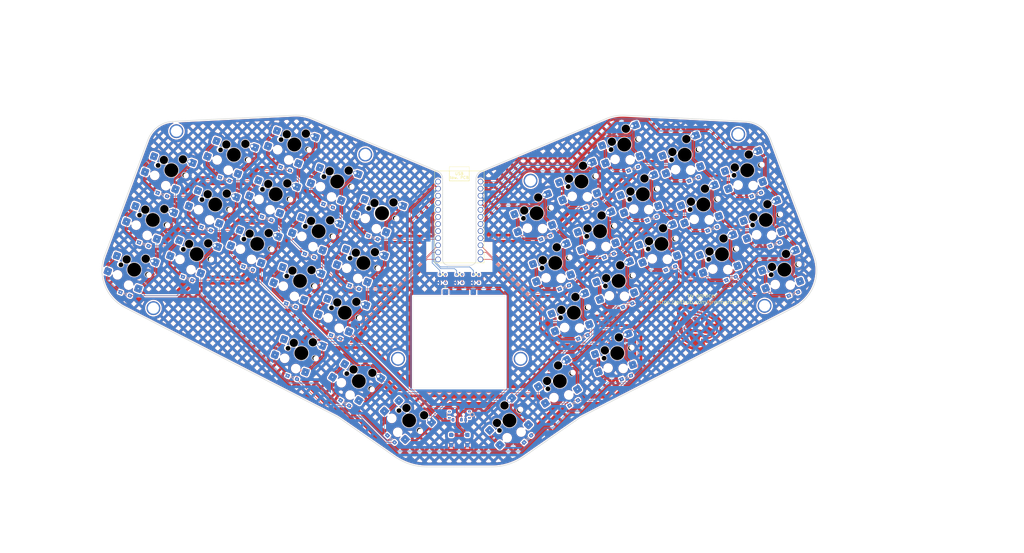
<source format=kicad_pcb>
(kicad_pcb (version 20241229) (generator "pcbnew") (generator_version "9.0")
  (layers (0 "F.Cu" signal) (2 "B.Cu" signal) (13 "F.Paste" user) (15 "B.Paste" user) (5 "F.SilkS" user "F.Silkscreen") (7 "B.SilkS" user "B.Silkscreen") (1 "F.Mask" user) (3 "B.Mask" user) (25 "Edge.Cuts" user))
  (net 0 "")
  (net 1 "Net-(D1-A)")
  (net 2 "C2")
  (net 3 "Net-(D2-A)")
  (net 4 "C3")
  (net 5 "C4")
  (net 6 "Net-(D3-A)")
  (net 7 "C0")
  (net 8 "Net-(D4-A)")
  (net 9 "Net-(D5-A)")
  (net 10 "C1")
  (net 11 "Net-(D6-A)")
  (net 12 "Net-(D7-A)")
  (net 13 "Net-(D8-A)")
  (net 14 "Net-(D9-A)")
  (net 15 "Net-(D10-A)")
  (net 16 "Net-(D11-A)")
  (net 17 "Net-(D12-A)")
  (net 18 "Net-(D13-A)")
  (net 19 "Net-(D14-A)")
  (net 20 "Net-(D15-A)")
  (net 21 "Net-(D16-A)")
  (net 22 "Net-(D17-A)")
  (net 23 "Net-(D18-A)")
  (net 24 "Net-(D19-A)")
  (net 25 "Net-(D20-A)")
  (net 26 "Net-(D21-A)")
  (net 27 "Net-(D22-A)")
  (net 28 "Net-(D23-A)")
  (net 29 "Net-(D24-A)")
  (net 30 "Net-(D25-A)")
  (net 31 "Net-(D26-A)")
  (net 32 "Net-(D27-A)")
  (net 33 "Net-(D28-A)")
  (net 34 "Net-(D29-A)")
  (net 35 "Net-(D30-A)")
  (net 36 "Net-(D31-A)")
  (net 37 "Net-(D32-A)")
  (net 38 "Net-(D33-A)")
  (net 39 "Net-(D34-A)")
  (net 40 "Net-(D35-A)")
  (net 41 "Net-(D36-A)")
  (net 42 "R0")
  (net 43 "R1")
  (net 44 "R2")
  (net 45 "R3")
  (net 46 "R4")
  (net 47 "R5")
  (net 48 "R6")
  (net 49 "R7")
  (net 50 "Net-(BAT_KEY1-B)")
  (net 52 "GND")
  (net 54 "BAT+")
  (net 55 "Net-(L0-K)")
  (net 56 "LED1")
  (net 57 "LED0")
  (net 59 "Net-(L1-K)")
  (net 60 "LED2")
  (net 61 "Net-(L2-K)")
  (net 62 "RST")
  (footprint "key-switches:SW_MX_Kailh_Choc_V1V2_HotSwap_Hybrid" (layer "F.Cu") (at 271.1228 83.0181 21)
    (property "Reference" "SW22" (hide yes))
    (property "Value" "SW_Push" (hide yes))
  )
  (footprint "key-switches:SW_MX_Kailh_Choc_V1V2_HotSwap_Hybrid" (layer "F.Cu") (at 190.5286 123.0141 33)
    (property "Reference" "SW20" (hide yes))
    (property "Value" "SW_Push" (hide yes))
  )
  (footprint "key-switches:SW_MX_Kailh_Choc_V1V2_HotSwap_Hybrid" (layer "F.Cu") (at 220.3241 55.9436 21)
    (property "Reference" "SW29" (hide yes))
    (property "Value" "SW_Push" (hide yes))
  )
  (footprint "key-switches:SW_MX_Kailh_Choc_V1V2_HotSwap_Hybrid" (layer "F.Cu") (at 118.3741 123.0141 -32)
    (property "Reference" "SW2" (hide yes))
    (property "Value" "SW_Push" (hide yes))
  )
  (footprint "key-switches:SW_MX_Kailh_Choc_V1V2_HotSwap_Hybrid" (layer "F.Cu") (at 113.3568 98.4638 -20)
    (property "Reference" "SW8" (hide yes))
    (property "Value" "SW_Push" (hide yes))
  )
  (footprint "keyatura:mounting hole" (layer "F.Cu") (at 120.71 41.69)
    (property "Reference" "H3" (hide yes))
    (property "Value" "MountingHole" (hide yes))
  )
  (footprint "key-switches:SW_MX_Kailh_Choc_V1V2_HotSwap_Hybrid" (layer "F.Cu") (at 97.7635 112.9717 -20)
    (property "Reference" "SW1" (hide yes))
    (property "Value" "SW_Push" (hide yes))
  )
  (footprint "key-switches:SW_MX_Kailh_Choc_V1V2_HotSwap_Hybrid" (layer "F.Cu") (at 182.203 62.7766 21)
    (property "Reference" "SW36" (hide yes))
    (property "Value" "SW_Push" (hide yes))
  )
  (footprint "key-switches:SW_MX_Kailh_Choc_V1V2_HotSwap_Hybrid" (layer "F.Cu") (at 211.1391 112.9717 21)
    (property "Reference" "SW19" (hide yes))
    (property "Value" "SW_Push" (hide yes))
  )
  (footprint "keyatura:mounting hole" (layer "F.Cu") (at 254.56 34.43)
    (property "Reference" "H5" (hide yes))
    (property "Value" "MountingHole" (hide yes))
  )
  (footprint "LOGO" (layer "F.Cu") (at 239.74 103.57)
    (property "Reference" "G***" (hide yes))
    (property "Value" "LOGO" (hide yes))
  )
  (footprint "keyatura:LED" (layer "F.Cu") (at 154.48 84.73)
    (property "Reference" "L1" (hide yes))
    (property "Value" "LED" (hide yes))
  )
  (footprint "keyatura:LED" (layer "F.Cu") (at 148.48 84.73)
    (property "Reference" "L0" (hide yes))
    (property "Value" "LED" (hide yes))
  )
  (footprint "key-switches:SW_MX_Kailh_Choc_V1V2_HotSwap_Hybrid" (layer "F.Cu") (at 242.0375 59.6224 21)
    (property "Reference" "SW28" (hide yes))
    (property "Value" "SW_Push" (hide yes))
  )
  (footprint "key-switches:SW_MX_Kailh_Choc_V1V2_HotSwap_Hybrid" (layer "F.Cu") (at 120.0282 80.6202 -20)
    (property "Reference" "SW13" (hide yes))
    (property "Value" "SW_Push" (hide yes))
  )
  (footprint "key-switches:SW_MX_Kailh_Choc_V1V2_HotSwap_Hybrid" (layer "F.Cu") (at 204.9495 69.2186 21)
    (property "Reference" "SW30" (hide yes))
    (property "Value" "SW_Push" (hide yes))
  )
  (footprint "keyatura:LED" (layer "F.Cu") (at 160.48 84.73)
    (property "Reference" "L2" (hide yes))
    (property "Value" "LED" (hide yes))
  )
  (footprint "keyatura:reset button" (layer "F.Cu") (at 154.45 146.02 180)
    (property "Reference" "RST_BTN1" (hide yes))
    (property "Value" "Reset Button" (hide yes))
  )
  (footprint "keyatura:MSK-12C02" (layer "F.Cu") (at 154.45 135.15)
    (property "Reference" "BAT_KEY1" (hide yes))
    (property "Value" "SW_SPDT" (hide yes))
  )
  (footprint "key-switches:SW_MX_Kailh_Choc_V1V2_HotSwap_Hybrid" (layer "F.Cu") (at 195.5459 98.4638 21)
    (property "Reference" "SW26" (hide yes))
    (property "Value" "SW_Push" (hide yes))
  )
  (footprint "keyatura:resistor" (layer "F.Cu") (at 160.48 87.73)
    (property "Reference" "R2" (hide yes))
    (property "Value" "Resistor" (hide yes))
  )
  (footprint "keyatura:mounting hole" (layer "F.Cu") (at 180 51.08)
    (property "Reference" "H2" (hide yes))
    (property "Value" "MountingHole" (hide yes))
  )
  (footprint "keyatura:battery" (layer "F.Cu") (at 154.46 91.06)
    (property "Reference" "J1" (hide yes))
    (property "Value" "Battery" (hide yes))
  )
  (footprint "key-switches:SW_MX_Kailh_Choc_V1V2_HotSwap_Hybrid" (layer "F.Cu") (at 66.8651 59.6224 -20)
    (property "Reference" "SW10" (hide yes))
    (property "Value" "SW_Push" (hide yes))
  )
  (footprint "keyatura:resistor" (layer "F.Cu") (at 154.48 87.73)
    (property "Reference" "R1" (hide yes))
    (property "Value" "Resistor" (hide yes))
  )
  (footprint "key-switches:SW_MX_Kailh_Choc_V1V2_HotSwap_Hybrid" (layer "F.Cu") (at 188.8744 80.6202 21)
    (property "Reference" "SW31" (hide yes))
    (property "Value" "SW_Push" (hide yes))
  )
  (footprint "keyatura:mounting hole" (layer "F.Cu") (at 44.67 96.83)
    (property "Reference" "H0" (hide yes))
    (property "Value" "MountingHole" (hide yes))
  )
  (footprint "key-switches:SW_MX_Kailh_Choc_V1V2_HotSwap_Hybrid" (layer "F.Cu") (at 248.709 77.466 21)
    (property "Reference" "SW23" (hide yes))
    (property "Value" "SW_Push" (hide yes))
  )
  (footprint "keyatura:resistor" (layer "F.Cu") (at 148.48 87.73)
    (property "Reference" "R0" (hide yes))
    (property "Value" "Resistor" (hide yes))
  )
  (footprint "keyatura:supermini" (layer "F.Cu") (at 154.45 64.59)
    (property "Reference" "U1" (hide yes))
    (property "Value" "SuperMini nRF52840" (hide yes))
  )
  (footprint "key-switches:SW_MX_Kailh_Choc_V1V2_HotSwap_Hybrid" (layer "F.Cu") (at 257.7799 47.3309 21)
    (property "Reference" "SW32" (hide yes))
    (property "Value" "SW_Push" (hide yes))
  )
  (footprint "key-switches:SW_MX_Kailh_Choc_V1V2_HotSwap_Hybrid" (layer "F.Cu") (at 81.9071 73.7872 -20)
    (property "Reference" "SW6" (hide yes))
    (property "Value" "SW_Push" (hide yes))
  )
  (footprint "key-switches:SW_MX_Kailh_Choc_V1V2_HotSwap_Hybrid" (layer "F.Cu") (at 126.6997 62.7766 -20)
    (property "Reference" "SW18" (hide yes))
    (property "Value" "SW_Push" (hide yes))
  )
  (footprint "key-switches:SW_MX_Kailh_Choc_V1V2_HotSwap_Hybrid" (layer "F.Cu") (at 213.6527 38.1 21)
    (property "Reference" "SW34" (hide yes))
    (property "Value" "SW_Push" (hide yes))
  )
  (footprint "key-switches:SW_MX_Kailh_Choc_V1V2_HotSwap_Hybrid" (layer "F.Cu") (at 97.2817 87.0622 -20)
    (property "Reference" "SW7" (hide yes))
    (property "Value" "SW_Push" (hide yes))
  )
  (footprint "key-switches:SW_MX_Kailh_Choc_V1V2_HotSwap_Hybrid" (layer "F.Cu") (at 264.4513 65.1745 21)
    (property "Reference" "SW27" (hide yes))
    (property "Value" "SW_Push" (hide yes))
  )
  (footprint "key-switches:SW_MX_Kailh_Choc_V1V2_HotSwap_Hybrid" (layer "F.Cu") (at 103.9532 69.2186 -20)
    (property "Reference" "SW12" (hide yes))
    (property "Value" "SW_Push" (hide yes))
  )
  (footprint "key-switches:SW_MX_Kailh_Choc_V1V2_HotSwap_Hybrid" (layer "F.Cu") (at 226.9956 73.7872 21)
    (property "Reference" "SW24" (hide yes))
    (property "Value" "SW_Push" (hide yes))
  )
  (footprint "keyatura:mounting hole" (layer "F.Cu") (at 52.93 33.32)
    (property "Reference" "H4" (hide yes))
    (property "Value" "MountingHole" (hide yes))
  )
  (footprint "key-switches:SW_MX_Kailh_Choc_V1V2_HotSwap_Hybrid" (layer "F.Cu") (at 60.1937 77.466 -20)
    (property "Reference" "SW5" (hide yes))
    (property "Value" "SW_Push" (hide yes))
  )
  (footprint "key-switches:SW_MX_Kailh_Choc_V1V2_HotSwap_Hybrid" (layer "F.Cu") (at 44.4513 65.1745 -20)
    (property "Reference" "SW9" (hide yes))
    (property "Value" "SW_Push" (hide yes))
  )
  (footprint "key-switches:SW_MX_Kailh_Choc_V1V2_HotSwap_Hybrid" (layer "F.Cu") (at 37.7799 83.0181 -20)
    (property "Reference" "SW4" (hide yes))
    (property "Value" "SW_Push" (hide yes))
  )
  (footprint "key-switches:SW_MX_Kailh_Choc_V1V2_HotSwap_Hybrid" (layer "F.Cu") (at 73.5366 41.7788 -20)
    (property "Reference" "SW15" (hide yes))
    (property "Value" "SW_Push" (hide yes))
  )
  (footprint "key-switches:SW_MX_Kailh_Choc_V1V2_HotSwap_Hybrid" (layer "F.Cu") (at 172.4564 137.1223 45)
    (property "Reference" "SW21" (hide yes))
    (property "Value" "SW_Push" (hide yes))
  )
  (footprint "key-switches:SW_MX_Kailh_Choc_V1V2_HotSwap_Hybrid" (layer "F.Cu") (at 136.4462 137.1223 -44)
    (property "Reference" "SW3" (hide yes))
    (property "Value" "SW_Push" (hide yes))
  )
  (footprint "key-switches:SW_MX_Kailh_Choc_V1V2_HotSwap_Hybrid" (layer "F.Cu") (at 198.278 51.375 21)
    (property "Reference" "SW35" (hide yes))
    (property "Value" "SW_Push" (hide yes))
  )
  (footprint "key-switches:SW_MX_Kailh_Choc_V1V2_HotSwap_Hybrid" (layer "F.Cu") (at 211.6209 87.0622 21)
    (property "Reference" "SW25" (hide yes))
    (property "Value" "SW_Push" (hide yes))
  )
  (footprint "key-switches:SW_MX_Kailh_Choc_V1V2_HotSwap_Hybrid" (layer "F.Cu") (at 51.1228 47.3309 -20)
    (property "Reference" "SW14" (hide yes))
    (property "Value" "SW_Push" (hide yes))
  )
  (footprint "LOGO" (layer "F.Cu") (at 239.74 103.57)
    (property "Reference" "G***" (hide yes))
    (property "Value" "LOGO" (hide yes))
  )
  (footprint "key-switches:SW_MX_Kailh_Choc_V1V2_HotSwap_Hybrid" (layer "F.Cu") (at 235.3661 41.7788 21)
    (property "Reference" "SW33" (hide yes))
    (property "Value" "SW_Push" (hide yes))
  )
  (footprint "key-switches:SW_MX_Kailh_Choc_V1V2_HotSwap_Hybrid" (layer "F.Cu") (at 110.6246 51.375 -20)
    (property "Reference" "SW17" (hide yes))
    (property "Value" "SW_Push" (hide yes))
  )
  (footprint "LOGO" (layer "F.Cu") (at 239.74 103.57)
    (property "Reference" "G***" (hide yes))
    (property "Value" "LOGO" (hide yes))
  )
  (footprint "key-switches:SW_MX_Kailh_Choc_V1V2_HotSwap_Hybrid" (layer "F.Cu") (at 95.25 38.1 -20)
    (property "Reference" "SW16" (hide yes))
    (property "Value" "SW_Push" (hide yes))
  )
  (footprint "keyatura:mounting hole" (layer "F.Cu") (at 132.45 115)
    (property "Reference" "H7" (hide yes))
    (property "Value" "MountingHole" (hide yes))
  )
  (footprint "key-switches:SW_MX_Kailh_Choc_V1V2_HotSwap_Hybrid" (layer "F.Cu") (at 88.5785 55.9436 -20)
    (property "Reference" "SW11" (hide yes))
    (property "Value" "SW_Push" (hide yes))
  )
  (footprint "keyatura:mounting hole" (layer "F.Cu") (at 176.45 115)
    (property "Reference" "H6" (hide yes))
    (property "Value" "MountingHole" (hide yes))
  )
  (footprint "keyatura:diode" (layer "B.Cu") (at 208.2064 77.9296 21)
    (property "Reference" "D30" (hide yes))
    (property "Value" "D")
  )
  (footprint "keyatura:diode" (layer "B.Cu") (at 274.3797 91.7292 21)
    (property "Reference" "D22" (hide yes))
    (property "Value" "D")
  )
  (footprint "keyatura:diode" (layer "B.Cu") (at 123.4428 71.4877 -20)
    (property "Reference" "D18" (hide yes))
    (property "Value" "D")
  )
  (footprint "keyatura:diode" (layer "B.Cu") (at 110.0999 107.1749 -20)
    (property "Reference" "D8" (hide yes))
    (property "Value" "D")
  )
  (footprint "keyatura:diode" (layer "B.Cu") (at 85.3216 64.6547 -20)
    (property "Reference" "D11" (hide yes))
    (property "Value" "D")
  )
  (footprint "keyatura:diode" (layer "B.Cu") (at 107.3677 60.086 -20)
    (property "Reference" "D17" (hide yes))
    (property "Value" "D")
  )
  (footprint "keyatura:diode" (layer "B.Cu") (at 113.3772 130.8577 -32)
    (property "Reference" "D2" (hide yes))
    (property "Value" "D")
  )
  (footprint "keyatura:diode" (layer "B.Cu") (at 245.2945 68.3334 21)
    (property "Reference" "D28" (hide yes))
    (property "Value" "D")
  )
  (footprint "keyatura:diode" (layer "B.Cu") (at 216.9096 46.8111 21)
    (property "Reference" "D34" (hide yes))
    (property "Value" "D")
  )
  (footprint "keyatura:diode" (layer "B.Cu") (at 223.5811 64.6547 21)
    (property "Reference" "D29" (hide yes))
    (property "Value" "D")
  )
  (footprint "keyatura:diode" (layer "B.Cu") (at 178.9749 143.7555 45)
    (property "Reference" "D21" (hide yes))
    (property "Value" "D")
  )
  (footprint "keyatura:diode" (layer "B.Cu") (at 214.8779 95.7732 21)
    (property "Reference" "D25" (hide yes))
    (property "Value" "D")
  )
  (footprint "keyatura:diode" (layer "B.Cu") (at 195.5255 130.8577 33)
    (property "Reference" "D20" (hide yes))
    (property "Value" "D")
  )
  (footprint "keyatura:diode" (layer "B.Cu") (at 91.9931 46.8111 -20)
    (property "Reference" "D16" (hide yes))
    (property "Value" "D")
  )
  (footprint "keyatura:diode" (layer "B.Cu") (at 198.8028 107.1749 21)
    (property "Reference" "D26" (hide yes))
    (property "Value" "D")
  )
  (footprint "keyatura:diode" (layer "B.Cu") (at 185.4599 71.4877 21)
    (property "Reference" "D36" (hide yes))
    (property "Value" "D")
  )
  (footprint "keyatura:diode" (layer "B.Cu") (at 192.1314 89.3313 21)
    (property "Reference" "D31" (hide yes))
    (property "Value" "D")
  )
  (footprint "keyatura:diode" (layer "B.Cu") (at 238.623 50.4898 21)
    (property "Reference" "D33" (hide yes))
    (property "Value" "D")
  )
  (footprint "keyatura:mounting hole" (layer "B.Cu") (at 264 96 180)
    (property "Reference" "H1" (hide yes))
    (property "Value" "MountingHole" (hide yes))
  )
  (footprint "keyatura:diode" (layer "B.Cu") (at 201.535 60.086 21)
    (property "Reference" "D35" (hide yes))
    (property "Value" "D")
  )
  (footprint "keyatura:diode" (layer "B.Cu") (at 261.0368 56.042 21)
    (property "Reference" "D32" (hide yes))
    (property "Value" "D")
  )
  (footprint "keyatura:diode" (layer "B.Cu") (at 78.6502 82.4983 -20)
    (property "Reference" "D6" (hide yes))
    (property "Value" "D")
  )
  (footprint "keyatura:diode" (layer "B.Cu") (at 70.2797 50.4898 -20)
    (property "Reference" "D15" (hide yes))
    (property "Value" "D")
  )
  (footprint "keyatura:diode" (layer "B.Cu") (at 41.1944 73.8856 -20)
    (property "Reference" "D9" (hide yes))
    (property "Value" "D")
  )
  (footprint "keyatura:diode" (layer "B.Cu") (at 129.9278 143.7555 -44)
    (property "Reference" "D3" (hide yes))
    (property "Value" "D")
  )
  (footprint "keyatura:diode" (layer "B.Cu") (at 251.9659 86.177 21)
    (property "Reference" "D23" (hide yes))
    (property "Value" "D")
  )
  (footprint "keyatura:diode" (layer "B.Cu") (at 230.2525 82.4983 21)
    (property "Reference" "D24" (hide yes))
    (property "Value" "D")
  )
  (footprint "keyatura:diode" (layer "B.Cu") (at 214.3961 121.6828 21)
    (property "Reference" "D19" (hide yes))
    (property "Value" "D")
  )
  (footprint "keyatura:diode" (layer "B.Cu") (at 56.9368 86.177 -20)
    (property "Reference" "D5" (hide yes))
    (property "Value" "D")
  )
  (footprint "keyatura:diode" (layer "B.Cu") (at 94.5066 121.6828 -20)
    (property "Reference" "D1" (hide yes))
    (property "Value" "D")
  )
  (footprint "keyatura:diode" (layer "B.Cu") (at 116.7713 89.3313 -20)
    (property "Reference" "D13" (hide yes))
    (property "Value" "D")
  )
  (footprint "keyatura:diode" (layer "B.Cu") (at 34.523 91.7292 -20)
    (property "Reference" "D4" (hide yes))
    (property "Value" "D")
  )
  (footprint "keyatura:diode" (layer "B.Cu") (at 63.6082 68.3334 -20)
    (property "Reference" "D10" (hide yes))
    (property "Value" "D")
  )
  (footprint "keyatura:diode" (layer "B.Cu") (at 267.7083 73.8856 21)
    (property "Reference" "D27" (hide yes))
    (property "Value" "D")
  )
  (footprint "keyatura:diode" (layer "B.Cu") (at 100.6963 77.9296 -20)
    (property "Reference" "D12" (hide yes))
    (property "Value" "D")
  )
  (footprint "keyatura:diode" (layer "B.Cu") (at 47.8659 56.042 -20)
    (property "Reference" "D14" (hide yes))
    (property "Value" "D")
  )
  (footprint "keyatura:diode" (layer "B.Cu") (at 94.0248 95.7732 -20)
    (property "Reference" "D7" (hide yes))
    (property "Value" "D")
  )
  (gr_line (start 152.479468 153.761778) (end 156.441414 153.761778) (stroke (width 0.2)) (layer "Edge.Cuts"))
  (gr_arc (start 34.35 96.564606) (mid 27.219865 88.635484) (end 27.160082 77.97215) (stroke (width 0.2)) (layer "Edge.Cuts"))
  (gr_line (start 111.776523 136.5323) (end 131.395626 150.180021) (stroke (width 0.2)) (layer "Edge.Cuts"))
  (gr_line (start 160.460441 76.437497) (end 160.460441 50.4309) (stroke (width 0.2)) (layer "Edge.Cuts"))
  (gr_line (start 150.460591 81.437497) (end 154.460441 81.437497) (stroke (width 0.2)) (layer "Edge.Cuts"))
  (gr_line (start 95.091771 27.61758) (end 51.599544 29.820291) (stroke (width 0.2)) (layer "Edge.Cuts"))
  (gr_line (start 146.62272 47.665173) (end 101.66206 28.76994) (stroke (width 0.2)) (layer "Edge.Cuts"))
  (gr_line (start 266.182248 36.30542) (end 281.760822 77.972209) (stroke (width 0.2)) (layer "Edge.Cuts"))
  (gr_arc (start 281.760822 77.972209) (mid 281.697383 88.645041) (end 274.552737 96.573937) (stroke (width 0.2)) (layer "Edge.Cuts"))
  (gr_arc (start 110.070944 135.506674) (mid 110.940762 135.991169) (end 111.776523 136.5323) (stroke (width 0.2)) (layer "Edge.Cuts"))
  (gr_arc (start 160.460441 79.4375) (mid 159.874652 80.851696) (end 158.460441 81.437497) (stroke (width 0.2)) (layer "Edge.Cuts"))
  (gr_arc (start 160.460441 50.4309) (mid 160.963551 48.767894) (end 162.304136 47.662662) (stroke (width 0.2)) (layer "Edge.Cuts"))
  (gr_line (start 166.104165 153.761778) (end 156.441414 153.761778) (stroke (width 0.2)) (layer "Edge.Cuts"))
  (gr_arc (start 42.738624 36.305447) (mid 46.199343 31.73789) (end 51.599544 29.820291) (stroke (width 0.2)) (layer "Edge.Cuts"))
  (gr_arc (start 207.258822 28.76994) (mid 210.479097 27.8239) (end 213.829111 27.61758) (stroke (width 0.2)) (layer "Edge.Cuts"))
  (gr_rect (start 137.95 92.5) (end 170.95 125.5) (stroke (width 0.05)) (fill no) (layer "Edge.Cuts"))
  (gr_line (start 197.144339 136.532315) (end 177.525311 150.179983) (stroke (width 0.2)) (layer "Edge.Cuts"))
  (gr_arc (start 177.525311 150.179983) (mid 172.088973 152.845316) (end 166.104165 153.761778) (stroke (width 0.2)) (layer "Edge.Cuts"))
  (gr_arc (start 146.62272 47.665173) (mid 147.95912 48.770596) (end 148.460433 50.4309) (stroke (width 0.2)) (layer "Edge.Cuts"))
  (gr_line (start 42.738624 36.305447) (end 27.160082 77.97215) (stroke (width 0.2)) (layer "Edge.Cuts"))
  (gr_arc (start 197.144339 136.532315) (mid 197.980128 135.991163) (end 198.849979 135.506653) (stroke (width 0.2)) (layer "Edge.Cuts"))
  (gr_circle (center 126.708791 62.79) (end 124.208791 62.79) (stroke (width 0.2)) (fill no) (layer "Edge.Cuts"))
  (gr_line (start 148.460441 76.437497) (end 148.460441 50.4309) (stroke (width 0.2)) (layer "Edge.Cuts"))
  (gr_line (start 142.816691 153.761778) (end 152.479468 153.761778) (stroke (width 0.2)) (layer "Edge.Cuts"))
  (gr_line (start 158.460441 81.437497) (end 154.460441 81.437497) (stroke (width 0.2)) (layer "Edge.Cuts"))
  (gr_line (start 162.304136 47.662662) (end 207.258822 28.76994) (stroke (width 0.2)) (layer "Edge.Cuts"))
  (gr_line (start 213.829111 27.61758) (end 257.321324 29.82029) (stroke (width 0.2)) (layer "Edge.Cuts"))
  (gr_line (start 266.182242 36.305422) (end 266.182248 36.30542) (stroke (width 0.2)) (layer "Edge.Cuts"))
  (gr_arc (start 257.321324 29.82029) (mid 262.721527 31.737852) (end 266.182242 36.305422) (stroke (width 0.2)) (layer "Edge.Cuts"))
  (gr_line (start 148.460441 76.437497) (end 148.460441 79.450964) (stroke (width 0.2)) (layer "Edge.Cuts"))
  (gr_arc (start 95.091771 27.61758) (mid 98.441785 27.823901) (end 101.66206 28.76994) (stroke (width 0.2)) (layer "Edge.Cuts"))
  (gr_line (start 160.460441 76.437497) (end 160.460441 79.4375) (stroke (width 0.2)) (layer "Edge.Cuts"))
  (gr_line (start 148.460433 50.4309) (end 148.460441 50.4309) (stroke (width 0.2)) (layer "Edge.Cuts"))
  (gr_arc (start 142.816691 153.761778) (mid 136.831926 152.845341) (end 131.395626 150.180021) (stroke (width 0.2)) (layer "Edge.Cuts"))
  (gr_line (start 34.35 96.564606) (end 110.070944 135.506674) (stroke (width 0.2)) (layer "Edge.Cuts"))
  (gr_line (start 274.552737 96.573937) (end 198.849979 135.506653) (stroke (width 0.2)) (layer "Edge.Cuts"))
  (gr_arc (start 150.460591 81.437497) (mid 149.051077 80.856476) (end 148.460441 79.450964) (stroke (width 0.2)) (layer "Edge.Cuts"))
  (gr_text "by ggrocer\nhttps://github.com/greengrocer98" (at 241.62 95.57 0) (layer "F.SilkS") (effects (font (size 1.4 1.4)) (justify bottom)))
  (segment (start 88.288498 113.566957) (end 88.288498 116.533038) (width 0.2) (layer "B.Cu") (net 1))
  (segment (start 88.288498 111.238865) (end 88.288498 113.566957) (width 0.2) (layer "B.Cu") (net 1))
  (segment (start 91.528155 107.999208) (end 88.288498 111.238865) (width 0.2) (layer "B.Cu") (net 1))
  (segment (start 88.288498 116.533038) (end 92.826899 121.071439) (width 0.2) (layer "B.Cu") (net 1))
  (segment (start 207.011386 109.379647) (end 210.923176 105.467857) (width 0.2) (layer "F.Cu") (net 2))
  (segment (start 210.923176 105.467857) (end 213.057343 105.467857) (width 0.2) (layer "F.Cu") (net 2))
  (segment (start 178.474618 126.17) (end 195.264971 109.379647) (width 0.2) (layer "F.Cu") (net 2))
  (segment (start 213.057343 105.467857) (end 213.961407 106.371921) (width 0.2) (layer "F.Cu") (net 2))
  (segment (start 120.442442 109.842384) (end 136.770058 126.17) (width 0.2) (layer "F.Cu") (net 2))
  (segment (start 136.770058 126.17) (end 178.474618 126.17) (width 0.2) (layer "F.Cu") (net 2))
  (segment (start 104.223367 109.842384) (end 120.442442 109.842384) (width 0.2) (layer "F.Cu") (net 2))
  (segment (start 195.264971 109.379647) (end 207.011386 109.379647) (width 0.2) (layer "F.Cu") (net 2))
  (segment (start 230.079781 67.758008) (end 230.079781 75.484926) (width 0.2) (layer "B.Cu") (net 2))
  (segment (start 90.776739 62.753261) (end 90.037444 62.753261) (width 0.2) (layer "B.Cu") (net 2))
  (segment (start 89.555229 74.888234) (end 83.846602 80.596861) (width 0.2) (layer "B.Cu") (net 2))
  (segment (start 230.079781 75.484926) (end 232.564218 77.969363) (width 0.2) (layer "B.Cu") (net 2))
  (segment (start 162.06 61.55) (end 177.23 46.38) (width 0.2) (layer "B.Cu") (net 2))
  (segment (start 215.5 34.73) (end 216.736881 33.493119) (width 0.2) (layer "B.Cu") (net 2))
  (segment (start 214.223281 106.942508) (end 214.223281 114.669426) (width 0.2) (layer "B.Cu") (net 2))
  (segment (start 105.411629 109.913003) (end 105.411629 110.349368) (width 0.2) (layer "B.Cu") (net 2))
  (segment (start 233.57045 78.975595) (end 233.57045 87.595339) (width 0.2) (layer "B.Cu") (net 2))
  (segment (start 96.226629 53.321268) (end 96.226629 57.303371) (width 0.2) (layer "B.Cu") (net 2))
  (segment (start 219.221318 42.282163) (end 224.375812 47.436657) (width 0.2) (layer "B.Cu") (net 2))
  (segment (start 223.408281 49.914408) (end 223.408281 57.641326) (width 0.2) (layer "B.Cu") (net 2))
  (segment (start 105.411629 114.072734) (end 99.703002 119.781361) (width 0.2) (layer "B.Cu") (net 2))
  (segment (start 216.736881 32.69) (end 216.736881 39.797726) (width 0.2) (layer "B.Cu") (net 2))
  (segment (start 99.703002 119.781361) (end 99.222444 119.781361) (width 0.2) (layer "B.Cu") (net 2))
  (segment (start 96.226629 57.303371) (end 90.776739 62.753261) (width 0.2) (layer "B.Cu") (net 2))
  (segment (start 223.408281 57.641326) (end 225.892718 60.125763) (width 0.2) (layer "B.Cu") (net 2))
  (segment (start 90.037444 62.753261) (end 90.037444 70.682653) (width 0.2) (layer "B.Cu") (net 2))
  (segment (start 90.037444 70.682653) (end 89.555229 71.164868) (width 0.2) (layer "B.Cu") (net 2))
  (segment (start 96.708944 52.838953) (end 96.226629 53.321268) (width 0.2) (layer "B.Cu") (net 2))
  (segment (start 96.708944 44.909661) (end 96.708944 52.838953) (width 0.2) (layer "B.Cu") (net 2))
  (segment (start 83.366044 80.596861) (end 83.366044 87.867418) (width 0.2) (layer "B.Cu") (net 2))
  (segment (start 102.898129 39.261871) (end 97.250339 44.909661) (width 0.2) (layer "B.Cu") (net 2))
  (segment (start 206.822154 34.73) (end 215.5 34.73) (width 0.2) (layer "B.Cu") (net 2))
  (segment (start 216.736881 32.070808) (end 216.736881 32.69) (width 0.2) (layer "B.Cu") (net 2))
  (segment (start 195.3 46.252154) (end 206.822154 34.73) (width 0.2) (layer "B.Cu") (net 2))
  (segment (start 224.375812 48.946877) (end 223.408281 49.914408) (width 0.2) (layer "B.Cu") (net 2))
  (segment (start 102.898129 35.477668) (end 102.898129 39.261871) (width 0.2) (layer "B.Cu") (net 2))
  (segment (start 216.736881 39.797726) (end 219.221318 42.282163) (width 0.2) (layer "B.Cu") (net 2))
  (segment (start 216.736881 33.493119) (end 216.736881 32.69) (width 0.2) (layer "B.Cu") (net 2))
  (segment (start 217.704412 31.103277) (end 216.736881 32.070808) (width 0.2) (layer "B.Cu") (net 2))
  (segment (start 177.23 46.38) (end 195.3 46.38) (width 0.2) (layer "B.Cu") (net 2))
  (segment (start 83.366044 87.867418) (end 105.411629 109.913003) (width 0.2) (layer "B.Cu") (net 2))
  (segment (start 231.047312 65.280357) (end 231.047312 66.790477) (width 0.2) (layer "B.Cu") (net 2))
  (segment (start 232.564218 77.969363) (end 233.57045 78.975595) (width 0.2) (layer "B.Cu") (net 2))
  (segment (start 195.3 46.38) (end 195.3 46.252154) (width 0.2) (layer "B.Cu") (net 2))
  (segment (start 231.047312 66.790477) (end 230.079781 67.758008) (width 0.2) (layer "B.Cu") (net 2))
  (segment (start 215.190812 105.974977) (end 214.223281 106.942508) (width 0.2) (layer "B.Cu") (net 2))
  (segment (start 214.223281 114.669426) (end 216.707718 117.153863) (width 0.2) (layer "B.Cu") (net 2))
  (segment (start 83.846602 80.596861) (end 83.366044 80.596861) (width 0.2) (layer "B.Cu") (net 2))
  (segment (start 97.250339 44.909661) (end 96.708944 44.909661) (width 0.2) (layer "B.Cu") (net 2))
  (segment (start 225.892718 60.125763) (end 231.047312 65.280357) (width 0.2) (layer "B.Cu") (net 2))
  (segment (start 233.57045 87.595339) (end 215.190812 105.974977) (width 0.2) (layer "B.Cu") (net 2))
  (segment (start 89.555229 71.164868) (end 89.555229 74.888234) (width 0.2) (layer "B.Cu") (net 2))
  (segment (start 105.411629 110.349368) (end 105.411629 114.072734) (width 0.2) (layer "B.Cu") (net 2))
  (segment (start 224.375812 47.436657) (end 224.375812 48.946877) (width 0.2) (layer "B.Cu") (net 2))
  (segment (start 108.982388 121.626385) (end 108.982388 127.031543) (width 0.2) (layer "B.Cu") (net 3))
  (segment (start 113.308851 116.853868) (end 108.982388 121.180331) (width 0.2) (layer "B.Cu") (net 3))
  (segment (start 108.982388 127.031543) (end 111.861314 129.910469) (width 0.2) (layer "B.Cu") (net 3))
  (segment (start 108.982388 121.180331) (end 108.982388 121.626385) (width 0.2) (layer "B.Cu") (net 3))
  (segment (start 184.098882 123.72566) (end 184.098882 122.192242) (width 0.2) (layer "F.Cu") (net 4))
  (segment (start 184.714012 126.507458) (end 184.714012 124.34079) (width 0.2) (layer "F.Cu") (net 4))
  (segment (start 184.023453 127.198017) (end 184.714012 126.507458) (width 0.2) (layer "F.Cu") (net 4))
  (segment (start 184.098882 122.192242) (end 186.128024 120.1631) (width 0.2) (layer "F.Cu") (net 4))
  (segment (start 131.559121 127.198017) (end 132.84 127.198017) (width 0.2) (layer "F.Cu") (net 4))
  (segment (start 184.714012 124.34079) (end 184.098882 123.72566) (width 0.2) (layer "F.Cu") (net 4))
  (segment (start 126.400312 122.039208) (end 131.559121 127.198017) (width 0.2) (layer "F.Cu") (net 4))
  (segment (start 132.84 127.198017) (end 184.023453 127.198017) (width 0.2) (layer "F.Cu") (net 4))
  (segment (start 131.853159 127.198017) (end 132.84 127.198017) (width 0.2) (layer "F.Cu") (net 4))
  (segment (start 193.037072 117.102928) (end 193.037072 115.327874) (width 0.2) (layer "F.Cu") (net 4))
  (segment (start 189.9769 120.1631) (end 193.037072 117.102928) (width 0.2) (layer "F.Cu") (net 4))
  (segment (start 191.464581 115.51927) (end 191.917062 115.971751) (width 0.2) (layer "F.Cu") (net 4))
  (segment (start 186.128024 120.1631) (end 189.9769 120.1631) (width 0.2) (layer "F.Cu") (net 4))
  (segment (start 105.412144 76.028261) (end 105.412144 83.957553) (width 0.2) (layer "B.Cu") (net 4))
  (segment (start 98.740644 93.871861) (end 98.740644 98.568618) (width 0.2) (layer "B.Cu") (net 4))
  (segment (start 214.705081 81.033008) (end 214.705081 88.759926) (width 0.2) (layer "B.Cu") (net 4))
  (segment (start 122.775895 116.990065) (end 126.400312 120.614482) (width 0.2) (layer "B.Cu") (net 4))
  (segment (start 162.06 64.09) (end 178.576843 47.573157) (width 0.2) (layer "B.Cu") (net 4))
  (segment (start 196.845051 119.135853) (end 196.845051 125.947092) (width 0.2) (layer "B.Cu") (net 4))
  (segment (start 120.688479 129.978285) (end 118.385354 129.978285) (width 0.2) (layer "B.Cu") (net 4))
  (segment (start 117.278855 48.752668) (end 112.083544 53.947979) (width 0.2) (layer "B.Cu") (net 4))
  (segment (start 118.272729 48.752668) (end 117.278855 48.752668) (width 0.2) (layer "B.Cu") (net 4))
  (segment (start 111.601329 66.596268) (end 111.601329 70.319634) (width 0.2) (layer "B.Cu") (net 4))
  (segment (start 111.601329 70.319634) (end 105.892702 76.028261) (width 0.2) (layer "B.Cu") (net 4))
  (segment (start 215.672612 78.555257) (end 215.672612 80.065477) (width 0.2) (layer "B.Cu") (net 4))
  (segment (start 112.083544 66.114053) (end 111.601329 66.596268) (width 0.2) (layer "B.Cu") (net 4))
  (segment (start 126.400312 122.039208) (end 126.400312 124.266452) (width 0.2) (layer "B.Cu") (net 4))
  (segment (start 217.189518 91.244363) (end 217.189518 92.991754) (width 0.2) (layer "B.Cu") (net 4))
  (segment (start 209.001212 62.221877) (end 208.29 62.933089) (width 0.2) (layer "B.Cu") (net 4))
  (segment (start 202.329712 44.378277) (end 204.614592 46.663157) (width 0.2) (layer "B.Cu") (net 4))
  (segment (start 204.614592 46.663157) (end 204.614592 54.789189) (width 0.2) (layer "B.Cu") (net 4))
  (segment (start 104.929829 84.439868) (end 104.929829 88.163234) (width 0.2) (layer "B.Cu") (net 4))
  (segment (start 202.329712 45.660288) (end 202.329712 44.378277) (width 0.2) (layer "B.Cu") (net 4))
  (segment (start 214.705081 88.759926) (end 217.189518 91.244363) (width 0.2) (layer "B.Cu") (net 4))
  (segment (start 204.614592 54.789189) (end 203.846618 55.557163) (width 0.2) (layer "B.Cu") (net 4))
  (segment (start 208.29 62.933089) (end 208.29 71.172645) (width 0.2) (layer "B.Cu") (net 4))
  (segment (start 215.672612 80.065477) (end 214.705081 81.033008) (width 0.2) (layer "B.Cu") (net 4))
  (segment (start 214.82 95.361272) (end 214.82 96.478191) (width 0.2) (layer "B.Cu") (net 4))
  (segment (start 105.892702 76.028261) (end 105.412144 76.028261) (width 0.2) (layer "B.Cu") (net 4))
  (segment (start 203.846618 55.557163) (end 209.001212 60.711757) (width 0.2) (layer "B.Cu") (net 4))
  (segment (start 208.29 71.172645) (end 210.518118 73.400763) (width 0.2) (layer "B.Cu") (net 4))
  (segment (start 104.929829 88.163234) (end 99.221202 93.871861) (width 0.2) (layer "B.Cu") (net 4))
  (segment (start 217.189518 92.991754) (end 214.82 95.361272) (width 0.2) (layer "B.Cu") (net 4))
  (segment (start 126.400312 124.266452) (end 120.688479 129.978285) (width 0.2) (layer "B.Cu") (net 4))
  (segment (start 200.416843 47.573157) (end 202.329712 45.660288) (width 0.2) (layer "B.Cu") (net 4))
  (segment (start 195.970317 115.327874) (end 193.037072 115.327874) (width 0.2) (layer "B.Cu") (net 4))
  (segment (start 98.740644 98.568618) (end 117.162091 116.990065) (width 0.2) (layer "B.Cu") (net 4))
  (segment (start 214.82 96.478191) (end 195.970317 115.327874) (width 0.2) (layer "B.Cu") (net 4))
  (segment (start 178.576843 47.573157) (end 200.416843 47.573157) (width 0.2) (layer "B.Cu") (net 4))
  (segment (start 193.037072 115.327874) (end 196.845051 119.135853) (width 0.2) (layer "B.Cu") (net 4))
  (segment (start 126.400312 120.614482) (end 126.400312 122.039208) (width 0.2) (layer "B.Cu") (net 4))
  (segment (start 105.412144 83.957553) (end 104.929829 84.439868) (width 0.2) (layer "B.Cu") (net 4))
  (segment (start 117.162091 116.990065) (end 122.775895 116.990065) (width 0.2) (layer "B.Cu") (net 4))
  (segment (start 112.083544 53.947979) (end 112.083544 58.184661) (width 0.2) (layer "B.Cu") (net 4))
  (segment (start 112.083544 58.184661) (end 112.083544 66.114053) (width 0.2) (layer "B.Cu") (net 4))
  (segment (start 209.001212 60.711757) (end 209.001212 62.221877) (width 0.2) (layer "B.Cu") (net 4))
  (segment (start 210.518118 73.400763) (end 215.672612 78.555257) (width 0.2) (layer "B.Cu") (net 4))
  (segment (start 99.221202 93.871861) (end 98.740644 93.871861) (width 0.2) (layer "B.Cu") (net 4))
  (segment (start 150.628236 129.883146) (end 172.288314 129.883146) (width 0.2) (layer "F.Cu") (net 5))
  (segment (start 172.288314 129.883146) (end 172.350334 129.945166) (width 0.2) (layer "F.Cu") (net 5))
  (segment (start 143.62039 136.890992) (end 150.628236 129.883146) (width 0.2) (layer "F.Cu") (net 5))
  (segment (start 128.158644 66.130287) (end 128.158644 69.586261) (width 0.2) (layer "B.Cu") (net 5))
  (segment (start 198.630081 100.161526) (end 201.114518 102.645963) (width 0.2) (layer "B.Cu") (net 5))
  (segment (start 144.499712 139.419747) (end 139.982818 143.936641) (width 0.2) (layer "B.Cu") (net 5))
  (segment (start 114.815744 101.817487) (end 114.815744 105.273461) (width 0.2) (layer "B.Cu") (net 5))
  (segment (start 191.958581 74.591008) (end 191.958581 82.317926) (width 0.2) (layer "B.Cu") (net 5))
  (segment (start 128.158644 69.586261) (end 128.158644 77.515553) (width 0.2) (layer "B.Cu") (net 5))
  (segment (start 121.967702 87.429861) (end 121.487144 87.429861) (width 0.2) (layer "B.Cu") (net 5))
  (segment (start 182.645251 59.85) (end 186.254712 56.240539) (width 0.2) (layer "B.Cu") (net 5))
  (segment (start 162.16 66.73) (end 162.06 66.63) (width 0.2) (layer "B.Cu") (net 5))
  (segment (start 191.958581 82.317926) (end 194.443018 84.802363) (width 0.2) (layer "B.Cu") (net 5))
  (segment (start 189.884495 112.51) (end 173.311999 129.082496) (width 0.2) (layer "B.Cu") (net 5))
  (segment (start 121.487144 95.359253) (end 121.004929 95.841468) (width 0.2) (layer "B.Cu") (net 5))
  (segment (start 128.158644 77.515553) (end 127.676329 77.997868) (width 0.2) (layer "B.Cu") (net 5))
  (segment (start 134.134663 60.154268) (end 128.158644 66.130287) (width 0.2) (layer "B.Cu") (net 5))
  (segment (start 201.98 106.58) (end 196.05 112.51) (width 0.2) (layer "B.Cu") (net 5))
  (segment (start 192.926112 73.623477) (end 191.958581 74.591008) (width 0.2) (layer "B.Cu") (net 5))
  (segment (start 192.926112 72.113257) (end 192.926112 73.623477) (width 0.2) (layer "B.Cu") (net 5))
  (segment (start 173.311999 132.745309) (end 179.244625 138.677935) (width 0.2) (layer "B.Cu") (net 5))
  (segment (start 187.771618 66.958763) (end 192.926112 72.113257) (width 0.2) (layer "B.Cu") (net 5))
  (segment (start 114.815744 105.273461) (end 144.499712 134.957429) (width 0.2) (layer "B.Cu") (net 5))
  (segment (start 201.114518 104.038451) (end 201.114518 102.645963) (width 0.2) (layer "B.Cu") (net 5))
  (segment (start 196.05 112.51) (end 189.884495 112.51) (width 0.2) (layer "B.Cu") (net 5))
  (segment (start 201.114518 102.645963) (end 201.98 103.511445) (width 0.2) (layer "B.Cu") (net 5))
  (segment (start 199.597612 89.956957) (end 199.597612 91.467077) (width 0.2) (layer "B.Cu") (net 5))
  (segment (start 186.254712 55.779877) (end 185.287181 56.747408) (width 0.2) (layer "B.Cu") (net 5))
  (segment (start 185.287181 56.747408) (end 185.287181 64.474326) (width 0.2) (layer "B.Cu") (net 5))
  (segment (start 127.676329 81.721234) (end 121.967702 87.429861) (width 0.2) (layer "B.Cu") (net 5))
  (segment (start 134.347829 60.154268) (end 134.134663 60.154268) (width 0.2) (layer "B.Cu") (net 5))
  (segment (start 144.499712 134.957429) (end 144.499712 137.837455) (width 0.2) (layer "B.Cu") (net 5))
  (segment (start 185.287181 64.474326) (end 187.771618 66.958763) (width 0.2) (layer "B.Cu") (net 5))
  (segment (start 199.597612 91.467077) (end 198.630081 92.434608) (width 0.2) (layer "B.Cu") (net 5))
  (segment (start 127.676329 77.997868) (end 127.676329 81.721234) (width 0.2) (layer "B.Cu") (net 5))
  (segment (start 173.311999 129.082496) (end 173.311999 132.745309) (width 0.2) (layer "B.Cu") (net 5))
  (segment (start 144.499712 137.837455) (end 144.499712 139.419747) (width 0.2) (layer "B.Cu") (net 5))
  (segment (start 139.982818 143.936641) (end 135.009273 143.936641) (width 0.2) (layer "B.Cu") (net 5))
  (segment (start 121.487144 87.429861) (end 121.487144 95.359253) (width 0.2) (layer "B.Cu") (net 5))
  (segment (start 194.443018 84.802363) (end 199.597612 89.956957) (width 0.2) (layer "B.Cu") (net 5))
  (segment (start 121.004929 95.841468) (end 120.791763 95.841468) (width 0.2) (layer "B.Cu") (net 5))
  (segment (start 168.84 59.85) (end 182.645251 59.85) (width 0.2) (layer "B.Cu") (net 5))
  (segment (start 162.06 66.63) (end 168.84 59.85) (width 0.2) (layer "B.Cu") (net 5))
  (segment (start 198.630081 92.434608) (end 198.630081 100.161526) (width 0.2) (layer "B.Cu") (net 5))
  (segment (start 201.98 103.511445) (end 201.98 106.58) (width 0.2) (layer "B.Cu") (net 5))
  (segment (start 186.254712 56.240539) (end 186.254712 55.779877) (width 0.2) (layer "B.Cu") (net 5))
  (segment (start 120.791763 95.841468) (end 114.815744 101.817487) (width 0.2) (layer "B.Cu") (net 5))
  (segment (start 127.548242 141.42006) (end 128.64198 142.513798) (width 0.2) (layer "B.Cu") (net 6))
  (segment (start 132.772423 130.04356) (end 129.00372 133.812263) (width 0.2) (layer "B.Cu") (net 6))
  (segment (start 127.548242 133.812263) (end 127.548242 141.42006) (width 0.2) (layer "B.Cu") (net 6))
  (segment (start 129.00372 133.812263) (end 127.548242 133.812263) (width 0.2) (layer "B.Cu") (net 6))
  (segment (start 268.503012 58.177777) (end 267.535481 59.145308) (width 0.2) (layer "B.Cu") (net 7))
  (segment (start 194.16355 133.99355) (end 188.1361 140.021) (width 0.2) (layer "B.Cu") (net 7))
  (segment (start 249.94 89.45) (end 215.27 124.12) (width 0.2) (layer "B.Cu") (net 7))
  (segment (start 52.581744 62.069853) (end 52.099429 62.552168) (width 0.2) (layer "B.Cu") (net 7))
  (segment (start 194.574288 43.36) (end 209.184288 28.75) (width 0.2) (layer "B.Cu") (net 7))
  (segment (start 162.1 51.43) (end 167.81 51.43) (width 0.2) (layer "B.Cu") (net 7))
  (segment (start 261.653743 79.216257) (end 251.42 89.45) (width 0.2) (layer "B.Cu") (net 7))
  (segment (start 52.581744 54.140561) (end 52.581744 62.069853) (width 0.2) (layer "B.Cu") (net 7))
  (segment (start 58.557763 44.708568) (end 52.581744 50.684587) (width 0.2) (layer "B.Cu") (net 7))
  (segment (start 41.811083 92.4) (end 39.238844 89.827761) (width 0.2) (layer "B.Cu") (net 7))
  (segment (start 132.2529 148.41) (end 119.8839 136.041) (width 0.2) (layer "B.Cu") (net 7))
  (segment (start 103.4939 123.961) (end 93.341 123.961) (width 0.2) (layer "B.Cu") (net 7))
  (segment (start 176.8071 148.41) (end 132.2529 148.41) (width 0.2) (layer "B.Cu") (net 7))
  (segment (start 61.78 92.4) (end 41.811083 92.4) (width 0.2) (layer "B.Cu") (net 7))
  (segment (start 93.341 123.961) (end 61.78 92.4) (width 0.2) (layer "B.Cu") (net 7))
  (segment (start 52.099429 62.552168) (end 52.099429 66.275534) (width 0.2) (layer "B.Cu") (net 7))
  (segment (start 45.428029 84.391971) (end 39.992239 89.827761) (width 0.2) (layer "B.Cu") (net 7))
  (segment (start 264.116492 42.619057) (end 264.116492 50.745089) (width 0.2) (layer "B.Cu") (net 7))
  (segment (start 188.1361 140.021) (end 185.1961 140.021) (width 0.2) (layer "B.Cu") (net 7))
  (segment (start 250.787295 39.347295) (end 260.84473 39.347295) (width 0.2) (layer "B.Cu") (net 7))
  (segment (start 45.910244 71.984161) (end 45.910244 79.913553) (width 0.2) (layer "B.Cu") (net 7))
  (segment (start 175.88 43.36) (end 194.574288 43.36) (width 0.2) (layer "B.Cu") (net 7))
  (segment (start 275.174512 76.482039) (end 272.440294 79.216257) (width 0.2) (layer "B.Cu") (net 7))
  (segment (start 52.581744 50.684587) (end 52.581744 54.140561) (width 0.2) (layer "B.Cu") (net 7))
  (segment (start 209.184288 28.75) (end 221.9471 28.75) (width 0.2) (layer "B.Cu") (net 7))
  (segment (start 274.206981 76.988908) (end 274.206981 84.715826) (width 0.2) (layer "B.Cu") (net 7))
  (segment (start 275.174512 76.021377) (end 274.206981 76.988908) (width 0.2) (layer "B.Cu") (net 7))
  (segment (start 251.42 89.45) (end 249.94 89.45) (width 0.2) (layer "B.Cu") (net 7))
  (segment (start 267.535481 59.145308) (end 267.535481 66.872226) (width 0.2) (layer "B.Cu") (net 7))
  (segment (start 221.9471 28.75) (end 226.185214 32.988114) (width 0.2) (layer "B.Cu") (net 7))
  (segment (start 167.81 51.43) (end 175.88 43.36) (width 0.2) (layer "B.Cu") (net 7))
  (segment (start 261.831612 40.334177) (end 264.116492 42.619057) (width 0.2) (layer "B.Cu") (net 7))
  (segment (start 52.099429 66.275534) (end 46.390802 71.984161) (width 0.2) (layer "B.Cu") (net 7))
  (segment (start 275.174512 74.511257) (end 275.174512 76.021377) (width 0.2) (layer "B.Cu") (net 7))
  (segment (start 45.428029 80.395768) (end 45.428029 84.391971) (width 0.2) (layer "B.Cu") (net 7))
  (segment (start 119.8839 136.041) (end 115.5739 136.041) (width 0.2) (layer "B.Cu") (net 7))
  (segment (start 244.428114 32.988114) (end 250.787295 39.347295) (width 0.2) (layer "B.Cu") (net 7))
  (segment (start 45.910244 79.913553) (end 45.428029 80.395768) (width 0.2) (layer "B.Cu") (net 7))
  (segment (start 58.770929 44.708568) (end 58.557763 44.708568) (width 0.2) (layer "B.Cu") (net 7))
  (segment (start 39.992239 89.827761) (end 39.238844 89.827761) (width 0.2) (layer "B.Cu") (net 7))
  (segment (start 115.5739 136.041) (end 103.4939 123.961) (width 0.2) (layer "B.Cu") (net 7))
  (segment (start 270.019918 69.356663) (end 275.174512 74.511257) (width 0.2) (layer "B.Cu") (net 7))
  (segment (start 207.78 124.12) (end 197.90645 133.99355) (width 0.2) (layer "B.Cu") (net 7))
  (segment (start 215.27 124.12) (end 207.78 124.12) (width 0.2) (layer "B.Cu") (net 7))
  (segment (start 197.90645 133.99355) (end 194.16355 133.99355) (width 0.2) (layer "B.Cu") (net 7))
  (segment (start 46.390802 71.984161) (end 45.910244 71.984161) (width 0.2) (layer "B.Cu") (net 7))
  (segment (start 264.116492 50.745089) (end 263.348518 51.513063) (width 0.2) (layer "B.Cu") (net 7))
  (segment (start 267.535481 66.872226) (end 270.019918 69.356663) (width 0.2) (layer "B.Cu") (net 7))
  (segment (start 263.348518 51.513063) (end 268.503012 56.667557) (width 0.2) (layer "B.Cu") (net 7))
  (segment (start 272.440294 79.216257) (end 261.653743 79.216257) (width 0.2) (layer "B.Cu") (net 7))
  (segment (start 185.1961 140.021) (end 176.8071 148.41) (width 0.2) (layer "B.Cu") (net 7))
  (segment (start 274.206981 84.715826) (end 276.691418 87.200263) (width 0.2) (layer "B.Cu") (net 7))
  (segment (start 268.503012 56.667557) (end 268.503012 58.177777) (width 0.2) (layer "B.Cu") (net 7))
  (segment (start 162.06 51.39) (end 162.1 51.43) (width 0.2) (layer "B.Cu") (net 7))
  (segment (start 260.84473 39.347295) (end 261.831612 40.334177) (width 0.2) (layer "B.Cu") (net 7))
  (segment (start 226.185214 32.988114) (end 244.428114 32.988114) (width 0.2) (layer "B.Cu") (net 7))
  (segment (start 275.174512 76.021377) (end 275.174512 76.482039) (width 0.2) (layer "B.Cu") (net 7))
  (segment (start 28.304898 86.579438) (end 32.843299 91.117839) (width 0.2) (layer "B.Cu") (net 8))
  (segment (start 28.304898 81.285265) (end 28.304898 83.613357) (width 0.2) (layer "B.Cu") (net 8))
  (segment (start 31.544555 78.045608) (end 28.304898 81.285265) (width 0.2) (layer "B.Cu") (net 8))
  (segment (start 28.304898 83.613357) (end 28.304898 86.579438) (width 0.2) (layer "B.Cu") (net 8))
  (segment (start 50.718698 75.733165) (end 50.718698 78.061257) (width 0.2) (layer "B.Cu") (net 9))
  (segment (start 50.718698 81.027238) (end 55.257099 85.565639) (width 0.2) (layer "B.Cu") (net 9))
  (segment (start 53.958355 72.493508) (end 50.718698 75.733165) (width 0.2) (layer "B.Cu") (net 9))
  (segment (start 50.718698 78.061257) (end 50.718698 81.027238) (width 0.2) (layer "B.Cu") (net 9))
  (segment (start 251.793181 79.163726) (end 254.277618 81.648163) (width 0.2) (layer "B.Cu") (net 10))
  (segment (start 238.450281 43.476526) (end 240.934718 45.960963) (width 0.2) (layer "B.Cu") (net 10))
  (segment (start 68.804602 66.432061) (end 68.324044 66.432061) (width 0.2) (layer "B.Cu") (net 10))
  (segment (start 93.630826 123.56) (end 103.66 123.56) (width 0.2) (layer "B.Cu") (net 10))
  (segment (start 251.793181 71.436808) (end 251.793181 79.163726) (width 0.2) (layer "B.Cu") (net 10))
  (segment (start 176.62 44.74) (end 167.43 53.93) (width 0.2) (layer "B.Cu") (net 10))
  (segment (start 197.79 133.54) (end 207.843453 123.486547) (width 0.2) (layer "B.Cu") (net 10))
  (segment (start 74.995544 48.588461) (end 74.995544 56.517753) (width 0.2) (layer "B.Cu") (net 10))
  (segment (start 115.74 135.64) (end 120.05 135.64) (width 0.2) (layer "B.Cu") (net 10))
  (segment (start 247.606118 63.804563) (end 252.760712 68.959157) (width 0.2) (layer "B.Cu") (net 10))
  (segment (start 246.089212 51.115457) (end 246.089212 52.625677) (width 0.2) (layer "B.Cu") (net 10))
  (segment (start 185.03 139.62) (end 187.97 139.62) (width 0.2) (layer "B.Cu") (net 10))
  (segment (start 103.66 123.56) (end 115.74 135.64) (width 0.2) (layer "B.Cu") (net 10))
  (segment (start 61.652644 91.581818) (end 93.630826 123.56) (width 0.2) (layer "B.Cu") (net 10))
  (segment (start 167.43 53.93) (end 162.06 53.93) (width 0.2) (layer "B.Cu") (net 10))
  (segment (start 245.121681 53.593208) (end 245.121681 61.320126) (width 0.2) (layer "B.Cu") (net 10))
  (segment (start 74.513229 60.723434) (end 68.804602 66.432061) (width 0.2) (layer "B.Cu") (net 10))
  (segment (start 176.759889 147.890111) (end 185.03 139.62) (width 0.2) (layer "B.Cu") (net 10))
  (segment (start 187.97 139.62) (end 194.05 133.54) (width 0.2) (layer "B.Cu") (net 10))
  (segment (start 74.995544 56.517753) (end 74.513229 57.000068) (width 0.2) (layer "B.Cu") (net 10))
  (segment (start 207.843453 123.486547) (end 215.303444 123.486547) (width 0.2) (layer "B.Cu") (net 10))
  (segment (start 240.934718 45.960963) (end 246.089212 51.115457) (width 0.2) (layer "B.Cu") (net 10))
  (segment (start 61.652644 80.038979) (end 61.652644 84.275661) (width 0.2) (layer "B.Cu") (net 10))
  (segment (start 238.450281 35.749608) (end 238.450281 43.476526) (width 0.2) (layer "B.Cu") (net 10))
  (segment (start 238.025735 33.39) (end 239.417812 34.782077) (width 0.2) (layer "B.Cu") (net 10))
  (segment (start 254.277618 82.137587) (end 254.277618 81.648163) (width 0.2) (layer "B.Cu") (net 10))
  (segment (start 252.760712 70.469277) (end 251.793181 71.436808) (width 0.2) (layer "B.Cu") (net 10))
  (segment (start 195.02 44.74) (end 176.62 44.74) (width 0.2) (layer "B.Cu") (net 10))
  (segment (start 246.089212 52.625677) (end 245.121681 53.593208) (width 0.2) (layer "B.Cu") (net 10))
  (segment (start 68.324044 74.361453) (end 67.841829 74.843668) (width 0.2) (layer "B.Cu") (net 10))
  (segment (start 210.450686 29.309314) (end 195.02 44.74) (width 0.2) (layer "B.Cu") (net 10))
  (segment (start 67.841829 74.843668) (end 66.847955 74.843668) (width 0.2) (layer "B.Cu") (net 10))
  (segment (start 221.939314 29.309314) (end 210.450686 29.309314) (width 0.2) (layer "B.Cu") (net 10))
  (segment (start 252.282603 84.132602) (end 254.277618 82.137587) (width 0.2) (layer "B.Cu") (net 10))
  (segment (start 252.282603 86.507388) (end 252.282603 84.132602) (width 0.2) (layer "B.Cu") (net 10))
  (segment (start 61.652644 84.275661) (end 61.652644 91.581818) (width 0.2) (layer "B.Cu") (net 10))
  (segment (start 81.184729 42.879834) (end 75.476102 48.588461) (width 0.2) (layer "B.Cu") (net 10))
  (segment (start 120.05 135.64) (end 132.300111 147.890111) (width 0.2) (layer "B.Cu") (net 10))
  (segment (start 132.300111 147.890111) (end 176.759889 147.890111) (width 0.2) (layer "B.Cu") (net 10))
  (segment (start 74.513229 57.000068) (end 74.513229 60.723434) (width 0.2) (layer "B.Cu") (net 10))
  (segment (start 252.760712 68.959157) (end 252.760712 70.469277) (width 0.2) (layer "B.Cu") (net 10))
  (segment (start 226.02 33.39) (end 238.025735 33.39) (width 0.2) (layer "B.Cu") (net 10))
  (segment (start 81.184729 39.156468) (end 81.184729 38.394332) (width 0.2) (layer "B.Cu") (net 10))
  (segment (start 226.02 33.39) (end 221.939314 29.309314) (width 0.2) (layer "B.Cu") (net 10))
  (segment (start 245.121681 61.320126) (end 247.606118 63.804563) (width 0.2) (layer "B.Cu") (net 10))
  (segment (start 68.324044 66.432061) (end 68.324044 74.361453) (width 0.2) (layer "B.Cu") (net 10))
  (segment (start 66.847955 74.843668) (end 61.652644 80.038979) (width 0.2) (layer "B.Cu") (net 10))
  (segment (start 81.184729 39.156468) (end 81.184729 42.879834) (width 0.2) (layer "B.Cu") (net 10))
  (segment (start 75.476102 48.588461) (end 74.995544 48.588461) (width 0.2) (layer "B.Cu") (net 10))
  (segment (start 215.303444 123.486547) (end 252.282603 86.507388) (width 0.2) (layer "B.Cu") (net 10))
  (segment (start 194.05 133.54) (end 197.79 133.54) (width 0.2) (layer "B.Cu") (net 10))
  (segment (start 239.417812 34.782077) (end 238.450281 35.749608) (width 0.2) (layer "B.Cu") (net 10))
  (segment (start 72.432098 72.054365) (end 72.432098 74.382457) (width 0.2) (layer "B.Cu") (net 11))
  (segment (start 72.432098 77.348538) (end 76.970499 81.886939) (width 0.2) (layer "B.Cu") (net 11))
  (segment (start 72.432098 74.382457) (end 72.432098 77.348538) (width 0.2) (layer "B.Cu") (net 11))
  (segment (start 75.671755 68.814708) (end 72.432098 72.054365) (width 0.2) (layer "B.Cu") (net 11))
  (segment (start 91.046355 82.089708) (end 87.806698 85.329365) (width 0.2) (layer "B.Cu") (net 12))
  (segment (start 87.806698 85.329365) (end 87.806698 87.657457) (width 0.2) (layer "B.Cu") (net 12))
  (segment (start 87.806698 87.657457) (end 87.806698 90.623438) (width 0.2) (layer "B.Cu") (net 12))
  (segment (start 87.806698 90.623438) (end 92.345099 95.161839) (width 0.2) (layer "B.Cu") (net 12))
  (segment (start 103.881798 102.025138) (end 108.420199 106.563539) (width 0.2) (layer "B.Cu") (net 13))
  (segment (start 103.881798 96.730965) (end 103.881798 99.059057) (width 0.2) (layer "B.Cu") (net 13))
  (segment (start 103.881798 99.059057) (end 103.881798 102.025138) (width 0.2) (layer "B.Cu") (net 13))
  (segment (start 107.121455 93.491308) (end 103.881798 96.730965) (width 0.2) (layer "B.Cu") (net 13))
  (segment (start 38.215955 60.202008) (end 34.976298 63.441665) (width 0.2) (layer "B.Cu") (net 14))
  (segment (start 34.976298 65.769757) (end 34.976298 68.735838) (width 0.2) (layer "B.Cu") (net 14))
  (segment (start 34.976298 63.441665) (end 34.976298 65.769757) (width 0.2) (layer "B.Cu") (net 14))
  (segment (start 34.976298 68.735838) (end 39.514699 73.274239) (width 0.2) (layer "B.Cu") (net 14))
  (segment (start 57.390098 63.183638) (end 61.928499 67.722039) (width 0.2) (layer "B.Cu") (net 15))
  (segment (start 57.390098 57.889565) (end 57.390098 60.217657) (width 0.2) (layer "B.Cu") (net 15))
  (segment (start 60.629755 54.649908) (end 57.390098 57.889565) (width 0.2) (layer "B.Cu") (net 15))
  (segment (start 57.390098 60.217657) (end 57.390098 63.183638) (width 0.2) (layer "B.Cu") (net 15))
  (segment (start 79.103498 54.210765) (end 79.103498 56.538857) (width 0.2) (layer "B.Cu") (net 16))
  (segment (start 79.103498 59.504938) (end 83.641899 64.043339) (width 0.2) (layer "B.Cu") (net 16))
  (segment (start 82.343155 50.971108) (end 79.103498 54.210765) (width 0.2) (layer "B.Cu") (net 16))
  (segment (start 79.103498 56.538857) (end 79.103498 59.504938) (width 0.2) (layer "B.Cu") (net 16))
  (segment (start 94.478198 67.485765) (end 94.478198 69.813857) (width 0.2) (layer "B.Cu") (net 17))
  (segment (start 97.717855 64.246108) (end 94.478198 67.485765) (width 0.2) (layer "B.Cu") (net 17))
  (segment (start 94.478198 69.813857) (end 94.478198 72.779838) (width 0.2) (layer "B.Cu") (net 17))
  (segment (start 94.478198 72.779838) (end 99.016599 77.318239) (width 0.2) (layer "B.Cu") (net 17))
  (segment (start 110.553198 84.181538) (end 115.091599 88.719939) (width 0.2) (layer "B.Cu") (net 18))
  (segment (start 110.553198 78.887365) (end 110.553198 81.215457) (width 0.2) (layer "B.Cu") (net 18))
  (segment (start 113.792855 75.647708) (end 110.553198 78.887365) (width 0.2) (layer "B.Cu") (net 18))
  (segment (start 110.553198 81.215457) (end 110.553198 84.181538) (width 0.2) (layer "B.Cu") (net 18))
  (segment (start 41.647798 50.892238) (end 46.186199 55.430639) (width 0.2) (layer "B.Cu") (net 19))
  (segment (start 41.647798 47.926157) (end 41.647798 50.892238) (width 0.2) (layer "B.Cu") (net 19))
  (segment (start 41.647798 45.598065) (end 41.647798 47.926157) (width 0.2) (layer "B.Cu") (net 19))
  (segment (start 44.887455 42.358408) (end 41.647798 45.598065) (width 0.2) (layer "B.Cu") (net 19))
  (segment (start 64.061598 40.045965) (end 64.061598 42.374057) (width 0.2) (layer "B.Cu") (net 20))
  (segment (start 64.061598 42.374057) (end 64.061598 45.340038) (width 0.2) (layer "B.Cu") (net 20))
  (segment (start 67.301255 36.806308) (end 64.061598 40.045965) (width 0.2) (layer "B.Cu") (net 20))
  (segment (start 64.061598 45.340038) (end 68.599999 49.878439) (width 0.2) (layer "B.Cu") (net 20))
  (segment (start 85.774998 41.661338) (end 90.313399 46.199739) (width 0.2) (layer "B.Cu") (net 21))
  (segment (start 89.014655 33.127508) (end 85.774998 36.367165) (width 0.2) (layer "B.Cu") (net 21))
  (segment (start 85.774998 38.695257) (end 85.774998 41.661338) (width 0.2) (layer "B.Cu") (net 21))
  (segment (start 85.774998 36.367165) (end 85.774998 38.695257) (width 0.2) (layer "B.Cu") (net 21))
  (segment (start 101.149598 51.970257) (end 101.149598 54.936238) (width 0.2) (layer "B.Cu") (net 22))
  (segment (start 101.149598 49.642165) (end 101.149598 51.970257) (width 0.2) (layer "B.Cu") (net 22))
  (segment (start 104.389255 46.402508) (end 101.149598 49.642165) (width 0.2) (layer "B.Cu") (net 22))
  (segment (start 101.149598 54.936238) (end 105.687999 59.474639) (width 0.2) (layer "B.Cu") (net 22))
  (segment (start 117.224698 66.337938) (end 121.763099 70.876339) (width 0.2) (layer "B.Cu") (net 23))
  (segment (start 117.224698 63.371857) (end 117.224698 66.337938) (width 0.2) (layer "B.Cu") (net 23))
  (segment (start 120.464355 57.804108) (end 117.224698 61.043765) (width 0.2) (layer "B.Cu") (net 23))
  (segment (start 117.224698 61.043765) (end 117.224698 63.371857) (width 0.2) (layer "B.Cu") (net 23))
  (segment (start 207.065024 122.323383) (end 212.727325 122.323383) (width 0.2) (layer "B.Cu") (net 24))
  (segment (start 204.378748 119.637107) (end 207.065024 122.323383) (width 0.2) (layer "B.Cu") (net 24))
  (segment (start 203.170977 113.309667) (end 204.378748 114.517438) (width 0.2) (layer "B.Cu") (net 24))
  (segment (start 204.378748 114.517438) (end 204.378748 119.637107) (width 0.2) (layer "B.Cu") (net 24))
  (segment (start 193.134542 130.939408) (end 194.026376 131.831242) (width 0.2) (layer "B.Cu") (net 25))
  (segment (start 182.804867 128.442481) (end 185.301794 130.939408) (width 0.2) (layer "B.Cu") (net 25))
  (segment (start 185.301794 130.939408) (end 193.134542 130.939408) (width 0.2) (layer "B.Cu") (net 25))
  (segment (start 182.804867 125.001348) (end 182.804867 128.442481) (width 0.2) (layer "B.Cu") (net 25))
  (segment (start 176.769265 145.961135) (end 177.710947 145.019453) (width 0.2) (layer "B.Cu") (net 26))
  (segment (start 165.314622 140.671976) (end 165.314622 142.28418) (width 0.2) (layer "B.Cu") (net 26))
  (segment (start 168.991577 145.961135) (end 176.769265 145.961135) (width 0.2) (layer "B.Cu") (net 26))
  (segment (start 165.314622 142.28418) (end 168.991577 145.961135) (width 0.2) (layer "B.Cu") (net 26))
  (segment (start 264.362448 89.683507) (end 267.048724 92.369783) (width 0.2) (layer "B.Cu") (net 27))
  (segment (start 267.048724 92.369783) (end 272.710925 92.369783) (width 0.2) (layer "B.Cu") (net 27))
  (segment (start 264.362448 84.563838) (end 264.362448 89.683507) (width 0.2) (layer "B.Cu") (net 27))
  (segment (start 263.154677 83.356067) (end 264.362448 84.563838) (width 0.2) (layer "B.Cu") (net 27))
  (segment (start 241.948648 84.131407) (end 244.634824 86.817583) (width 0.2) (layer "B.Cu") (net 28))
  (segment (start 240.740877 77.803967) (end 241.948648 79.011738) (width 0.2) (layer "B.Cu") (net 28))
  (segment (start 244.634824 86.817583) (end 250.297125 86.817583) (width 0.2) (layer "B.Cu") (net 28))
  (segment (start 241.948648 79.011738) (end 241.948648 84.131407) (width 0.2) (layer "B.Cu") (net 28))
  (segment (start 220.235248 75.332938) (end 220.235248 80.452607) (width 0.2) (layer "B.Cu") (net 29))
  (segment (start 220.235248 80.452607) (end 222.921524 83.138883) (width 0.2) (layer "B.Cu") (net 29))
  (segment (start 222.921524 83.138883) (end 228.583725 83.138883) (width 0.2) (layer "B.Cu") (net 29))
  (segment (start 219.027477 74.125167) (end 220.235248 75.332938) (width 0.2) (layer "B.Cu") (net 29))
  (segment (start 204.860548 88.607938) (end 204.860548 93.727607) (width 0.2) (layer "B.Cu") (net 30))
  (segment (start 203.652777 87.400167) (end 204.860548 88.607938) (width 0.2) (layer "B.Cu") (net 30))
  (segment (start 207.546724 96.413783) (end 213.209125 96.413783) (width 0.2) (layer "B.Cu") (net 30))
  (segment (start 204.860548 93.727607) (end 207.546724 96.413783) (width 0.2) (layer "B.Cu") (net 30))
  (segment (start 188.785548 105.129207) (end 191.471824 107.815483) (width 0.2) (layer "B.Cu") (net 31))
  (segment (start 187.577777 98.801767) (end 188.785548 100.009538) (width 0.2) (layer "B.Cu") (net 31))
  (segment (start 188.785548 100.009538) (end 188.785548 105.129207) (width 0.2) (layer "B.Cu") (net 31))
  (segment (start 191.471824 107.815483) (end 197.134025 107.815483) (width 0.2) (layer "B.Cu") (net 31))
  (segment (start 257.690948 71.839907) (end 260.377224 74.526183) (width 0.2) (layer "B.Cu") (net 32))
  (segment (start 257.690948 66.720238) (end 257.690948 71.839907) (width 0.2) (layer "B.Cu") (net 32))
  (segment (start 260.377224 74.526183) (end 266.039525 74.526183) (width 0.2) (layer "B.Cu") (net 32))
  (segment (start 256.483177 65.512467) (end 257.690948 66.720238) (width 0.2) (layer "B.Cu") (net 32))
  (segment (start 237.963324 68.973983) (end 243.625725 68.973983) (width 0.2) (layer "B.Cu") (net 33))
  (segment (start 235.277148 66.287807) (end 237.963324 68.973983) (width 0.2) (layer "B.Cu") (net 33))
  (segment (start 234.069377 59.960367) (end 235.277148 61.168138) (width 0.2) (layer "B.Cu") (net 33))
  (segment (start 235.277148 61.168138) (end 235.277148 66.287807) (width 0.2) (layer "B.Cu") (net 33))
  (segment (start 212.355977 56.281567) (end 213.563748 57.489338) (width 0.2) (layer "B.Cu") (net 34))
  (segment (start 213.563748 62.609007) (end 216.250024 65.295283) (width 0.2) (layer "B.Cu") (net 34))
  (segment (start 213.563748 57.489338) (end 213.563748 62.609007) (width 0.2) (layer "B.Cu") (net 34))
  (segment (start 216.250024 65.295283) (end 221.912325 65.295283) (width 0.2) (layer "B.Cu") (net 34))
  (segment (start 198.189148 75.884007) (end 200.875324 78.570183) (width 0.2) (layer "B.Cu") (net 35))
  (segment (start 196.981377 69.556567) (end 198.189148 70.764338) (width 0.2) (layer "B.Cu") (net 35))
  (segment (start 198.189148 70.764338) (end 198.189148 75.884007) (width 0.2) (layer "B.Cu") (net 35))
  (segment (start 200.875324 78.570183) (end 206.537625 78.570183) (width 0.2) (layer "B.Cu") (net 35))
  (segment (start 182.114048 82.165938) (end 182.114048 87.285607) (width 0.2) (layer "B.Cu") (net 36))
  (segment (start 184.800324 89.971883) (end 190.462625 89.971883) (width 0.2) (layer "B.Cu") (net 36))
  (segment (start 182.114048 87.285607) (end 184.800324 89.971883) (width 0.2) (layer "B.Cu") (net 36))
  (segment (start 180.906277 80.958167) (end 182.114048 82.165938) (width 0.2) (layer "B.Cu") (net 36))
  (segment (start 249.811777 47.668867) (end 251.019548 48.876638) (width 0.2) (layer "B.Cu") (net 37))
  (segment (start 251.019548 53.996307) (end 253.705824 56.682583) (width 0.2) (layer "B.Cu") (net 37))
  (segment (start 251.019548 48.876638) (end 251.019548 53.996307) (width 0.2) (layer "B.Cu") (net 37))
  (segment (start 253.705824 56.682583) (end 259.368025 56.682583) (width 0.2) (layer "B.Cu") (net 37))
  (segment (start 228.605748 48.444207) (end 231.291924 51.130383) (width 0.2) (layer "B.Cu") (net 38))
  (segment (start 227.397977 42.116767) (end 228.605748 43.324538) (width 0.2) (layer "B.Cu") (net 38))
  (segment (start 231.291924 51.130383) (end 236.954225 51.130383) (width 0.2) (layer "B.Cu") (net 38))
  (segment (start 228.605748 43.324538) (end 228.605748 48.444207) (width 0.2) (layer "B.Cu") (net 38))
  (segment (start 209.578624 47.451683) (end 215.240825 47.451683) (width 0.2) (layer "B.Cu") (net 39))
  (segment (start 206.892348 44.765407) (end 209.578624 47.451683) (width 0.2) (layer "B.Cu") (net 39))
  (segment (start 205.684577 38.437967) (end 206.892348 39.645738) (width 0.2) (layer "B.Cu") (net 39))
  (segment (start 206.892348 39.645738) (end 206.892348 44.765407) (width 0.2) (layer "B.Cu") (net 39))
  (segment (start 191.517648 58.040407) (end 194.203824 60.726583) (width 0.2) (layer "B.Cu") (net 40))
  (segment (start 194.203824 60.726583) (end 199.866225 60.726583) (width 0.2) (layer "B.Cu") (net 40))
  (segment (start 190.309877 51.712967) (end 191.517648 52.920738) (width 0.2) (layer "B.Cu") (net 40))
  (segment (start 191.517648 52.920738) (end 191.517648 58.040407) (width 0.2) (layer "B.Cu") (net 40))
  (segment (start 174.234877 63.114567) (end 175.442648 64.322338) (width 0.2) (layer "B.Cu") (net 41))
  (segment (start 175.442648 69.442007) (end 178.128924 72.128283) (width 0.2) (layer "B.Cu") (net 41))
  (segment (start 175.442648 64.322338) (end 175.442648 69.442007) (width 0.2) (layer "B.Cu") (net 41))
  (segment (start 178.128924 72.128283) (end 183.791125 72.128283) (width 0.2) (layer "B.Cu") (net 41))
  (segment (start 101.121073 110.917793) (end 100.036782 109.833502) (width 0.2) (layer "F.Cu") (net 42))
  (segment (start 96.186301 122.294161) (end 105.697071 131.804931) (width 0.2) (layer "F.Cu") (net 42))
  (segment (start 142.91 79.33) (end 146.82 79.33) (width 0.2) (layer "F.Cu") (net 42))
  (segment (start 128.085357 144.997202) (end 131.21362 144.997202) (width 0.2) (layer "F.Cu") (net 42))
  (segment (start 100.036782 108.300084) (end 101.121073 107.215793) (width 0.2) (layer "F.Cu") (net 42))
  (segment (start 114.893086 131.804931) (end 128.085357 144.997202) (width 0.2) (layer "F.Cu") (net 42))
  (segment (start 104.858256 107.215793) (end 106.476268 108.833805) (width 0.2) (layer "F.Cu") (net 42))
  (segment (start 119.86 102.38) (end 142.91 79.33) (width 0.2) (layer "F.Cu") (net 42))
  (segment (start 105.697071 131.804931) (end 114.893086 131.804931) (width 0.2) (layer "F.Cu") (net 42))
  (segment (start 101.121073 113.64605) (end 101.121073 110.917793) (width 0.2) (layer "F.Cu") (net 42))
  (segment (start 97.596581 119.282595) (end 97.596581 117.170542) (width 0.2) (layer "F.Cu") (net 42))
  (segment (start 101.121073 107.215793) (end 104.858256 107.215793) (width 0.2) (layer "F.Cu") (net 42))
  (segment (start 96.186301 120.692875) (end 97.596581 119.282595) (width 0.2) (layer "F.Cu") (net 42))
  (segment (start 100.036782 109.833502) (end 100.036782 108.300084) (width 0.2) (layer "F.Cu") (net 42))
  (segment (start 106.476268 108.833805) (end 114.454268 108.833805) (width 0.2) (layer "F.Cu") (net 42))
  (segment (start 96.186301 122.294161) (end 96.186301 120.692875) (width 0.2) (layer "F.Cu") (net 42))
  (segment (start 119.86 103.428073) (end 119.86 102.38) (width 0.2) (layer "F.Cu") (net 42))
  (segment (start 114.454268 108.833805) (end 119.86 103.428073) (width 0.2) (layer "F.Cu") (net 42))
  (segment (start 97.596581 117.170542) (end 101.121073 113.64605) (width 0.2) (layer "F.Cu") (net 42))
  (segment (start 58.616501 86.788361) (end 76.651201 86.788361) (width 0.2) (layer "F.Cu") (net 43))
  (segment (start 111.779601 107.786261) (end 114.934712 107.786261) (width 0.2) (layer "F.Cu") (net 43))
  (segment (start 95.704501 96.384561) (end 107.106201 107.786261) (width 0.2) (layer "F.Cu") (net 43))
  (segment (start 91.883187 96.384561) (end 95.704501 96.384561) (width 0.2) (layer "F.Cu") (net 43))
  (segment (start 119.459 102.2139) (end 144.8829 76.79) (width 0.2) (layer "F.Cu") (net 43))
  (segment (start 80.329901 83.109661) (end 80.329901 84.831275) (width 0.2) (layer "F.Cu") (net 43))
  (segment (start 144.8829 76.79) (end 146.82 76.79) (width 0.2) (layer "F.Cu") (net 43))
  (segment (start 76.651201 86.788361) (end 80.329901 83.109661) (width 0.2) (layer "F.Cu") (net 43))
  (segment (start 36.202701 92.340561) (end 53.064301 92.340561) (width 0.2) (layer "F.Cu") (net 43))
  (segment (start 107.106201 107.786261) (end 111.779601 107.786261) (width 0.2) (layer "F.Cu") (net 43))
  (segment (start 114.934712 107.786261) (end 119.459 103.261973) (width 0.2) (layer "F.Cu") (net 43))
  (segment (start 53.064301 92.340561) (end 58.616501 86.788361) (width 0.2) (layer "F.Cu") (net 43))
  (segment (start 80.329901 84.831275) (end 91.883187 96.384561) (width 0.2) (layer "F.Cu") (net 43))
  (segment (start 119.459 103.261973) (end 119.459 102.2139) (width 0.2) (layer "F.Cu") (net 43))
  (segment (start 97.264735 75.529495) (end 99.364535 75.529495) (width 0.2) (layer "F.Cu") (net 44))
  (segment (start 54.944 68.944761) (end 65.287901 68.944761) (width 0.2) (layer "F.Cu") (net 44))
  (segment (start 49.3918 74.496961) (end 54.944 68.944761) (width 0.2) (layer "F.Cu") (net 44))
  (segment (start 131.127339 89.942661) (end 146.82 74.25) (width 0.2) (layer "F.Cu") (net 44))
  (segment (start 113.777701 89.942661) (end 118.451001 89.942661) (width 0.2) (layer "F.Cu") (net 44))
  (segment (start 118.451001 89.942661) (end 131.127339 89.942661) (width 0.2) (layer "F.Cu") (net 44))
  (segment (start 72.9786 68.944761) (end 76.6573 65.266061) (width 0.2) (layer "F.Cu") (net 44))
  (segment (start 99.364535 75.529495) (end 102.376001 78.540961) (width 0.2) (layer "F.Cu") (net 44))
  (segment (start 102.376001 78.540961) (end 113.777701 89.942661) (width 0.2) (layer "F.Cu") (net 44))
  (segment (start 87.001301 65.266061) (end 97.264735 75.529495) (width 0.2) (layer "F.Cu") (net 44))
  (segment (start 76.6573 65.266061) (end 87.001301 65.266061) (width 0.2) (layer "F.Cu") (net 44))
  (segment (start 65.287901 68.944761) (end 72.9786 68.944761) (width 0.2) (layer "F.Cu") (net 44))
  (segment (start 42.874101 74.496961) (end 49.3918 74.496961) (width 0.2) (layer "F.Cu") (net 44))
  (segment (start 120.449101 72.099061) (end 125.122501 72.099061) (width 0.2) (layer "F.Cu") (net 45))
  (segment (start 61.6154 51.101161) (end 71.959401 51.101161) (width 0.2) (layer "F.Cu") (net 45))
  (segment (start 146.430939 72.099061) (end 146.82 71.71) (width 0.2) (layer "F.Cu") (net 45))
  (segment (start 49.545601 56.653361) (end 56.0632 56.653361) (width 0.2) (layer "F.Cu") (net 45))
  (segment (start 71.959401 51.101161) (end 79.65 51.101161) (width 0.2) (layer "F.Cu") (net 45))
  (segment (start 79.65 51.101161) (end 83.3287 47.422461) (width 0.2) (layer "F.Cu") (net 45))
  (segment (start 109.047401 60.697361) (end 120.449101 72.099061) (width 0.2) (layer "F.Cu") (net 45))
  (segment (start 102.142748 53.792708) (end 109.047401 60.697361) (width 0.2) (layer "F.Cu") (net 45))
  (segment (start 125.122501 72.099061) (end 146.430939 72.099061) (width 0.2) (layer "F.Cu") (net 45))
  (segment (start 56.0632 56.653361) (end 61.6154 51.101161) (width 0.2) (layer "F.Cu") (net 45))
  (segment (start 100.043048 53.792708) (end 102.142748 53.792708) (width 0.2) (layer "F.Cu") (net 45))
  (segment (start 83.3287 47.422461) (end 93.672801 47.422461) (width 0.2) (layer "F.Cu") (net 45))
  (segment (start 93.672801 47.422461) (end 100.043048 53.792708) (width 0.2) (layer "F.Cu") (net 45))
  (segment (start 190.01385 108.978647) (end 184.6579 103.622697) (width 0.2) (layer "F.Cu") (net 46))
  (segment (start 204.322898 104.181014) (end 199.525265 108.978647) (width 0.2) (layer "F.Cu") (net 46))
  (segment (start 192.846242 129.884158) (end 197.024624 129.884158) (width 0.2) (layer "F.Cu") (net 46))
  (segment (start 177.5079 90.8321) (end 166.0058 79.33) (width 0.2) (layer "F.Cu") (net 46))
  (segment (start 218.537067 106.76876) (end 215.949321 104.181014) (width 0.2) (layer "F.Cu") (net 46))
  (segment (start 177.96 91.2842) (end 177.5079 90.8321) (width 0.2) (layer "F.Cu") (net 46))
  (segment (start 177.96 91.29) (end 177.96 91.2842) (width 0.2) (layer "F.Cu") (net 46))
  (segment (start 207.222934 129.884158) (end 216.064875 121.042217) (width 0.2) (layer "F.Cu") (net 46))
  (segment (start 184.6579 103.622697) (end 184.6579 97.9821) (width 0.2) (layer "F.Cu") (net 46))
  (segment (start 215.949321 104.181014) (end 204.322898 104.181014) (width 0.2) (layer "F.Cu") (net 46))
  (segment (start 216.064875 121.042217) (end 218.537067 118.570025) (width 0.2) (layer "F.Cu") (net 46))
  (segment (start 199.525265 108.978647) (end 190.01385 108.978647) (width 0.2) (layer "F.Cu") (net 46))
  (segment (start 197.024624 129.884158) (end 207.222934 129.884158) (width 0.2) (layer "F.Cu") (net 46))
  (segment (start 166.0058 79.33) (end 162.06 79.33) (width 0.2) (layer "F.Cu") (net 46))
  (segment (start 180.238853 142.491547) (end 192.846242 129.884158) (width 0.2) (layer "F.Cu") (net 46))
  (segment (start 218.537067 118.570025) (end 218.537067 106.76876) (width 0.2) (layer "F.Cu") (net 46))
  (segment (start 184.6579 97.9821) (end 177.5079 90.8321) (width 0.2) (layer "F.Cu") (net 46))
  (segment (start 206.207946 100.797946) (end 202.077946 100.797946) (width 0.2) (layer "F.Cu") (net 47))
  (segment (start 192.690984 101.636724) (end 187.625362 101.636724) (width 0.2) (layer "F.Cu") (net 47))
  (segment (start 259.611114 91.512856) (end 253.634675 85.536417) (width 0.2) (layer "F.Cu") (net 47))
  (segment (start 242.740437 85.960756) (end 236.024314 85.960756) (width 0.2) (layer "F.Cu") (net 47))
  (segment (start 164.0329 76.79) (end 185.114319 97.871419) (width 0.2) (layer "F.Cu") (net 47))
  (segment (start 197.604954 106.534317) (end 192.707361 101.636724) (width 0.2) (layer "F.Cu") (net 47))
  (segment (start 200.471575 106.534317) (end 202.943867 104.062025) (width 0.2) (layer "F.Cu") (net 47))
  (segment (start 253.634675 85.536417) (end 243.164776 85.536417) (width 0.2) (layer "F.Cu") (net 47))
  (segment (start 206.207946 100.797946) (end 211.873275 95.132617) (width 0.2) (layer "F.Cu") (net 47))
  (segment (start 265.578476 91.088617) (end 265.154237 91.512856) (width 0.2) (layer "F.Cu") (net 47))
  (segment (start 265.154237 91.512856) (end 259.611114 91.512856) (width 0.2) (layer "F.Cu") (net 47))
  (segment (start 200.471575 106.534317) (end 197.604954 106.534317) (width 0.2) (layer "F.Cu") (net 47))
  (segment (start 236.024314 85.960756) (end 231.921275 81.857717) (width 0.2) (layer "F.Cu") (net 47))
  (segment (start 216.546675 95.132617) (end 218.646375 95.132617) (width 0.2) (layer "F.Cu") (net 47))
  (segment (start 276.048475 91.088617) (end 265.578476 91.088617) (width 0.2) (layer "F.Cu") (net 47))
  (segment (start 200.471575 106.534317) (end 197.588577 106.534317) (width 0.2) (layer "F.Cu") (net 47))
  (segment (start 185.114319 97.871419) (end 185.114319 99.125681) (width 0.2) (layer "F.Cu") (net 47))
  (segment (start 164.0329 76.79) (end 162.06 76.79) (width 0.2) (layer "F.Cu") (net 47))
  (segment (start 200.471575 106.534317) (end 206.207946 100.797946) (width 0.2) (layer "F.Cu") (net 47))
  (segment (start 243.164776 85.536417) (end 242.740437 85.960756) (width 0.2) (layer "F.Cu") (net 47))
  (segment (start 211.873275 95.132617) (end 216.546675 95.132617) (width 0.2) (layer "F.Cu") (net 47))
  (segment (start 192.707361 101.636724) (end 187.816724 101.636724) (width 0.2) (layer "F.Cu") (net 47))
  (segment (start 218.646375 95.132617) (end 231.921275 81.857717) (width 0.2) (layer "F.Cu") (net 47))
  (segment (start 187.625362 101.636724) (end 185.114319 99.125681) (width 0.2) (layer "F.Cu") (net 47))
  (segment (start 197.588577 106.534317) (end 192.690984 101.636724) (width 0.2) (layer "F.Cu") (net 47))
  (segment (start 239.498105 63.110845) (end 226.153147 63.110845) (width 0.2) (layer "F.Cu") (net 48))
  (segment (start 179.31 91.5) (end 162.06 74.25) (width 0.2) (layer "F.Cu") (net 48))
  (segment (start 193.800175 88.690717) (end 205.201875 77.289017) (width 0.2) (layer "F.Cu") (net 48))
  (segment (start 205.201875 77.289017) (end 209.875175 77.289017) (width 0.2) (layer "F.Cu") (net 48))
  (segment (start 190.990892 91.5) (end 179.31 91.5) (width 0.2) (layer "F.Cu") (net 48))
  (segment (start 244.080077 67.692817) (end 239.498105 63.110845) (width 0.2) (layer "F.Cu") (net 48))
  (segment (start 247.933403 68.662945) (end 261.928282 68.662945) (width 0.2) (layer "F.Cu") (net 48))
  (segment (start 226.153147 63.110845) (end 225.249875 64.014117) (width 0.2) (layer "F.Cu") (net 48))
  (segment (start 266.510354 73.245017) (end 269.377075 73.245017) (width 0.2) (layer "F.Cu") (net 48))
  (segment (start 246.963275 67.692817) (end 247.933403 68.662945) (width 0.2) (layer "F.Cu") (net 48))
  (segment (start 209.875175 77.289017) (end 211.974975 77.289017) (width 0.2) (layer "F.Cu") (net 48))
  (segment (start 193.800175 88.690717) (end 190.990892 91.5) (width 0.2) (layer "F.Cu") (net 48))
  (segment (start 261.928282 68.662945) (end 266.510354 73.245017) (width 0.2) (layer "F.Cu") (net 48))
  (segment (start 246.963275 67.692817) (end 244.080077 67.692817) (width 0.2) (layer "F.Cu") (net 48))
  (segment (start 211.974975 77.289017) (end 225.249875 64.014117) (width 0.2) (layer "F.Cu") (net 48))
  (segment (start 254.941361 50.503824) (end 259.838954 55.401417) (width 0.2) (layer "F.Cu") (net 49))
  (segment (start 187.128675 70.847117) (end 176.658676 70.847117) (width 0.2) (layer "F.Cu") (net 49))
  (segment (start 205.303475 59.445417) (end 218.578375 46.170517) (width 0.2) (layer "F.Cu") (net 49))
  (segment (start 187.128675 70.847117) (end 198.530375 59.445417) (width 0.2) (layer "F.Cu") (net 49))
  (segment (start 203.203775 59.445417) (end 205.303475 59.445417) (width 0.2) (layer "F.Cu") (net 49))
  (segment (start 198.530375 59.445417) (end 203.203775 59.445417) (width 0.2) (layer "F.Cu") (net 49))
  (segment (start 175.795793 71.71) (end 162.06 71.71) (width 0.2) (layer "F.Cu") (net 49))
  (segment (start 232.826705 45.267245) (end 219.481647 45.267245) (width 0.2) (layer "F.Cu") (net 49))
  (segment (start 240.291775 49.849217) (end 237.408677 49.849217) (width 0.2) (layer "F.Cu") (net 49))
  (segment (start 219.481647 45.267245) (end 218.578375 46.170517) (width 0.2) (layer "F.Cu") (net 49))
  (segment (start 176.658676 70.847117) (end 175.795793 71.71) (width 0.2) (layer "F.Cu") (net 49))
  (segment (start 240.291775 49.849217) (end 240.946382 50.503824) (width 0.2) (layer "F.Cu") (net 49))
  (segment (start 240.946382 50.503824) (end 254.941361 50.503824) (width 0.2) (layer "F.Cu") (net 49))
  (segment (start 237.408677 49.849217) (end 232.826705 45.267245) (width 0.2) (layer "F.Cu") (net 49))
  (segment (start 259.838954 55.401417) (end 262.705575 55.401417) (width 0.2) (layer "F.Cu") (net 49))
  (segment (start 149.46 91.06) (end 150.761 89.759) (width 0.2) (layer "B.Cu") (net 50))
  (segment (start 171.551 125.748942) (end 163.943942 133.356) (width 0.2) (layer "B.Cu") (net 50))
  (segment (start 155.2 134.808636) (end 155.2 136.9) (width 0.2) (layer "B.Cu") (net 50))
  (segment (start 156.652636 133.356) (end 155.2 134.808636) (width 0.2) (layer "B.Cu") (net 50))
  (segment (start 150.761 89.759) (end 169.058942 89.759) (width 0.2) (layer "B.Cu") (net 50))
  (segment (start 171.551 92.251058) (end 171.551 125.748942) (width 0.2) (layer "B.Cu") (net 50))
  (segment (start 163.943942 133.356) (end 156.652636 133.356) (width 0.2) (layer "B.Cu") (net 50))
  (segment (start 169.058942 89.759) (end 171.551 92.251058) (width 0.2) (layer "B.Cu") (net 50))
  (segment (start 136.899 61.311) (end 136.899 125.909) (width 0.2) (layer "B.Cu") (net 54))
  (segment (start 147.89 136.9) (end 152.2 136.9) (width 0.2) (layer "B.Cu") (net 54))
  (segment (start 136.899 125.909) (end 147.89 136.9) (width 0.2) (layer "B.Cu") (net 54))
  (segment (start 146.82 51.39) (end 136.899 61.311) (width 0.2) (layer "B.Cu") (net 54))
  (segment (start 149.48 84.73) (end 149.48 87.73) (width 0.2) (layer "F.Cu") (net 55))
  (segment (start 147.732008 82.649) (end 152.769 82.649) (width 0.2) (layer "B.Cu") (net 56))
  (segment (start 153.48 83.36) (end 153.48 84.73) (width 0.2) (layer "B.Cu") (net 56))
  (segment (start 145.118 80.034992) (end 147.732008 82.649) (width 0.2) (layer "B.Cu") (net 56))
  (segment (start 146.82 64.09) (end 145.118 65.792) (width 0.2) (layer "B.Cu") (net 56))
  (segment (start 145.118 65.792) (end 145.118 80.034992) (width 0.2) (layer "B.Cu") (net 56))
  (segment (start 152.769 82.649) (end 153.48 83.36) (width 0.2) (layer "B.Cu") (net 56))
  (segment (start 146.82 61.55) (end 144.717 63.653) (width 0.2) (layer "B.Cu") (net 57))
  (segment (start 144.717 63.653) (end 144.717 80.597) (width 0.2) (layer "B.Cu") (net 57))
  (segment (start 144.717 80.597) (end 147.48 83.36) (width 0.2) (layer "B.Cu") (net 57))
  (segment (start 147.48 83.36) (end 147.48 84.73) (width 0.2) (layer "B.Cu") (net 57))
  (segment (start 155.48 84.73) (end 155.48 87.73) (width 0.2) (layer "F.Cu") (net 59))
  (segment (start 158.21465 82.038497) (end 159.48 83.303847) (width 0.2) (layer "B.Cu") (net 60))
  (segment (start 145.519 79.868892) (end 147.682645 82.032537) (width 0.2) (layer "B.Cu") (net 60))
  (segment (start 146.82 66.63) (end 145.519 67.931) (width 0.2) (layer "B.Cu") (net 60))
  (segment (start 159.48 83.303847) (end 159.48 84.73) (width 0.2) (layer "B.Cu") (net 60))
  (segment (start 145.519 67.931) (end 145.519 79.868892) (width 0.2) (layer "B.Cu") (net 60))
  (segment (start 147.682645 82.032537) (end 150.11052 82.032537) (width 0.2) (layer "B.Cu") (net 60))
  (segment (start 150.11648 82.038497) (end 158.21465 82.038497) (width 0.2) (layer "B.Cu") (net 60))
  (segment (start 150.11052 82.032537) (end 150.11648 82.038497) (width 0.2) (layer "B.Cu") (net 60))
  (segment (start 161.48 84.73) (end 161.48 87.73) (width 0.2) (layer "F.Cu") (net 61))
  (segment (start 153.89 132.5) (end 144.100058 132.5) (width 0.2) (layer "B.Cu") (net 62))
  (segment (start 157.35 142.32) (end 153.89 138.86) (width 0.2) (layer "B.Cu") (net 62))
  (segment (start 153.89 138.86) (end 153.89 132.5) (width 0.2) (layer "B.Cu") (net 62))
  (segment (start 137.3 65.99) (end 146.82 56.47) (width 0.2) (layer "B.Cu") (net 62))
  (segment (start 151.55 142.32) (end 157.35 142.32) (width 0.2) (layer "B.Cu") (net 62))
  (segment (start 144.100058 132.5) (end 137.3 125.699942) (width 0.2) (layer "B.Cu") (net 62))
  (segment (start 137.3 125.699942) (end 137.3 65.99) (width 0.2) (layer "B.Cu") (net 62))
  (zone (net 52) (net_name "GND") (layers "F.Cu" "B.Cu") (connect_pads (clearance 0.5)) (min_thickness 0.25) (fill yes (mode hatch) (thermal_gap 0.5) (thermal_bridge_width 0.5) (island_removal_mode 1) (island_area_min 10) (hatch_thickness 1) (hatch_gap 1.5) (hatch_orientation 45) (hatch_border_algorithm hatch_thickness) (hatch_min_hole_area 0.3))
    (polygon (pts (xy 344.57 -10.21) (xy -10.39 -13.76) (xy -4.44 184.72) (xy 357.11 181.9)))
  )
)
</source>
